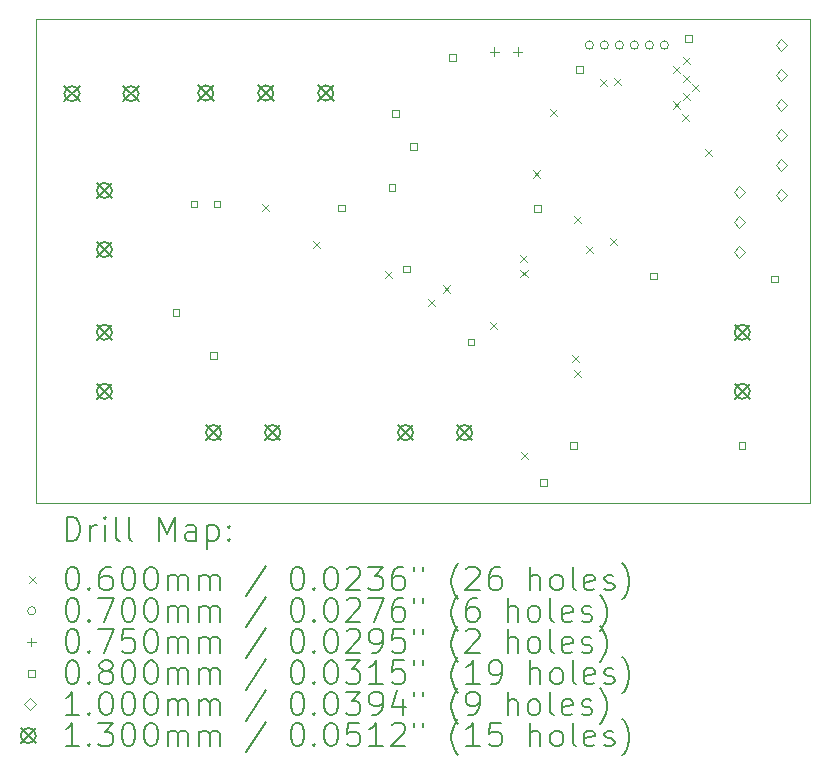
<source format=gbr>
%TF.GenerationSoftware,KiCad,Pcbnew,7.0.5*%
%TF.CreationDate,2023-08-16T19:13:48+03:00*%
%TF.ProjectId,lamps,6c616d70-732e-46b6-9963-61645f706362,rev?*%
%TF.SameCoordinates,Original*%
%TF.FileFunction,Drillmap*%
%TF.FilePolarity,Positive*%
%FSLAX45Y45*%
G04 Gerber Fmt 4.5, Leading zero omitted, Abs format (unit mm)*
G04 Created by KiCad (PCBNEW 7.0.5) date 2023-08-16 19:13:48*
%MOMM*%
%LPD*%
G01*
G04 APERTURE LIST*
%ADD10C,0.100000*%
%ADD11C,0.200000*%
%ADD12C,0.060000*%
%ADD13C,0.070000*%
%ADD14C,0.075000*%
%ADD15C,0.080000*%
%ADD16C,0.130000*%
G04 APERTURE END LIST*
D10*
X6850000Y-5750000D02*
X13400000Y-5750000D01*
X13400000Y-9850000D01*
X6850000Y-9850000D01*
X6850000Y-5750000D01*
D11*
D12*
X8755100Y-7310600D02*
X8815100Y-7370600D01*
X8815100Y-7310600D02*
X8755100Y-7370600D01*
X9190200Y-7628100D02*
X9250200Y-7688100D01*
X9250200Y-7628100D02*
X9190200Y-7688100D01*
X9801070Y-7880830D02*
X9861070Y-7940830D01*
X9861070Y-7880830D02*
X9801070Y-7940830D01*
X10165560Y-8120860D02*
X10225560Y-8180860D01*
X10225560Y-8120860D02*
X10165560Y-8180860D01*
X10290020Y-8004020D02*
X10350020Y-8064020D01*
X10350020Y-8004020D02*
X10290020Y-8064020D01*
X10691340Y-8316440D02*
X10751340Y-8376440D01*
X10751340Y-8316440D02*
X10691340Y-8376440D01*
X10940260Y-7744940D02*
X11000260Y-7804940D01*
X11000260Y-7744940D02*
X10940260Y-7804940D01*
X10947880Y-7871940D02*
X11007880Y-7931940D01*
X11007880Y-7871940D02*
X10947880Y-7931940D01*
X10952960Y-9416260D02*
X11012960Y-9476260D01*
X11012960Y-9416260D02*
X10952960Y-9476260D01*
X11057100Y-7030350D02*
X11117100Y-7090350D01*
X11117100Y-7030350D02*
X11057100Y-7090350D01*
X11194260Y-6507960D02*
X11254260Y-6567960D01*
X11254260Y-6507960D02*
X11194260Y-6567960D01*
X11387300Y-8595840D02*
X11447300Y-8655840D01*
X11447300Y-8595840D02*
X11387300Y-8655840D01*
X11400000Y-8720300D02*
X11460000Y-8780300D01*
X11460000Y-8720300D02*
X11400000Y-8780300D01*
X11402540Y-7417280D02*
X11462540Y-7477280D01*
X11462540Y-7417280D02*
X11402540Y-7477280D01*
X11504140Y-7666200D02*
X11564140Y-7726200D01*
X11564140Y-7666200D02*
X11504140Y-7726200D01*
X11618440Y-6253960D02*
X11678440Y-6313960D01*
X11678440Y-6253960D02*
X11618440Y-6313960D01*
X11704800Y-7602700D02*
X11764800Y-7662700D01*
X11764800Y-7602700D02*
X11704800Y-7662700D01*
X11741082Y-6248918D02*
X11801082Y-6308918D01*
X11801082Y-6248918D02*
X11741082Y-6308918D01*
X12238200Y-6142200D02*
X12298200Y-6202200D01*
X12298200Y-6142200D02*
X12238200Y-6202200D01*
X12240101Y-6446017D02*
X12300101Y-6506017D01*
X12300101Y-6446017D02*
X12240101Y-6506017D01*
X12314400Y-6548600D02*
X12374400Y-6608600D01*
X12374400Y-6548600D02*
X12314400Y-6608600D01*
X12322020Y-6218400D02*
X12382020Y-6278400D01*
X12382020Y-6218400D02*
X12322020Y-6278400D01*
X12324560Y-6066000D02*
X12384560Y-6126000D01*
X12384560Y-6066000D02*
X12324560Y-6126000D01*
X12324560Y-6370800D02*
X12384560Y-6430800D01*
X12384560Y-6370800D02*
X12324560Y-6430800D01*
X12400760Y-6294600D02*
X12460760Y-6354600D01*
X12460760Y-6294600D02*
X12400760Y-6354600D01*
X12509980Y-6850860D02*
X12569980Y-6910860D01*
X12569980Y-6850860D02*
X12509980Y-6910860D01*
D13*
X11566600Y-5969000D02*
G75*
G03*
X11566600Y-5969000I-35000J0D01*
G01*
X11693600Y-5969000D02*
G75*
G03*
X11693600Y-5969000I-35000J0D01*
G01*
X11820600Y-5969000D02*
G75*
G03*
X11820600Y-5969000I-35000J0D01*
G01*
X11947600Y-5969000D02*
G75*
G03*
X11947600Y-5969000I-35000J0D01*
G01*
X12074600Y-5969000D02*
G75*
G03*
X12074600Y-5969000I-35000J0D01*
G01*
X12201600Y-5969000D02*
G75*
G03*
X12201600Y-5969000I-35000J0D01*
G01*
D14*
X10725000Y-5987500D02*
X10725000Y-6062500D01*
X10687500Y-6025000D02*
X10762500Y-6025000D01*
X10925000Y-5987500D02*
X10925000Y-6062500D01*
X10887500Y-6025000D02*
X10962500Y-6025000D01*
D15*
X8059764Y-8260424D02*
X8059764Y-8203855D01*
X8003195Y-8203855D01*
X8003195Y-8260424D01*
X8059764Y-8260424D01*
X8212624Y-7343944D02*
X8212624Y-7287375D01*
X8156055Y-7287375D01*
X8156055Y-7343944D01*
X8212624Y-7343944D01*
X8378284Y-8628285D02*
X8378284Y-8571716D01*
X8321715Y-8571716D01*
X8321715Y-8628285D01*
X8378284Y-8628285D01*
X8407745Y-7343484D02*
X8407745Y-7286915D01*
X8351175Y-7286915D01*
X8351175Y-7343484D01*
X8407745Y-7343484D01*
X9459305Y-7377284D02*
X9459305Y-7320715D01*
X9402736Y-7320715D01*
X9402736Y-7377284D01*
X9459305Y-7377284D01*
X9888565Y-7201244D02*
X9888565Y-7144675D01*
X9831996Y-7144675D01*
X9831996Y-7201244D01*
X9888565Y-7201244D01*
X9916505Y-6578944D02*
X9916505Y-6522375D01*
X9859936Y-6522375D01*
X9859936Y-6578944D01*
X9916505Y-6578944D01*
X10010485Y-7892124D02*
X10010485Y-7835555D01*
X9953916Y-7835555D01*
X9953916Y-7892124D01*
X10010485Y-7892124D01*
X10071445Y-6855804D02*
X10071445Y-6799235D01*
X10014876Y-6799235D01*
X10014876Y-6855804D01*
X10071445Y-6855804D01*
X10401645Y-6101424D02*
X10401645Y-6044855D01*
X10345076Y-6044855D01*
X10345076Y-6101424D01*
X10401645Y-6101424D01*
X10556585Y-8511885D02*
X10556585Y-8455316D01*
X10500016Y-8455316D01*
X10500016Y-8511885D01*
X10556585Y-8511885D01*
X11123005Y-7380614D02*
X11123005Y-7324045D01*
X11066436Y-7324045D01*
X11066436Y-7380614D01*
X11123005Y-7380614D01*
X11173805Y-9700605D02*
X11173805Y-9644036D01*
X11117236Y-9644036D01*
X11117236Y-9700605D01*
X11173805Y-9700605D01*
X11427804Y-9385645D02*
X11427804Y-9329076D01*
X11371235Y-9329076D01*
X11371235Y-9385645D01*
X11427804Y-9385645D01*
X11473524Y-6203024D02*
X11473524Y-6146455D01*
X11416955Y-6146455D01*
X11416955Y-6203024D01*
X11473524Y-6203024D01*
X12103284Y-7953284D02*
X12103284Y-7896715D01*
X12046715Y-7896715D01*
X12046715Y-7953284D01*
X12103284Y-7953284D01*
X12398084Y-5941404D02*
X12398084Y-5884835D01*
X12341515Y-5884835D01*
X12341515Y-5941404D01*
X12398084Y-5941404D01*
X12852744Y-9385645D02*
X12852744Y-9329076D01*
X12796175Y-9329076D01*
X12796175Y-9385645D01*
X12852744Y-9385645D01*
X13127064Y-7978484D02*
X13127064Y-7921915D01*
X13070495Y-7921915D01*
X13070495Y-7978484D01*
X13127064Y-7978484D01*
D10*
X12801600Y-7263600D02*
X12851600Y-7213600D01*
X12801600Y-7163600D01*
X12751600Y-7213600D01*
X12801600Y-7263600D01*
X12801600Y-7517600D02*
X12851600Y-7467600D01*
X12801600Y-7417600D01*
X12751600Y-7467600D01*
X12801600Y-7517600D01*
X12801600Y-7771600D02*
X12851600Y-7721600D01*
X12801600Y-7671600D01*
X12751600Y-7721600D01*
X12801600Y-7771600D01*
X13157200Y-6019000D02*
X13207200Y-5969000D01*
X13157200Y-5919000D01*
X13107200Y-5969000D01*
X13157200Y-6019000D01*
X13157200Y-6273000D02*
X13207200Y-6223000D01*
X13157200Y-6173000D01*
X13107200Y-6223000D01*
X13157200Y-6273000D01*
X13157200Y-6527000D02*
X13207200Y-6477000D01*
X13157200Y-6427000D01*
X13107200Y-6477000D01*
X13157200Y-6527000D01*
X13157200Y-6781000D02*
X13207200Y-6731000D01*
X13157200Y-6681000D01*
X13107200Y-6731000D01*
X13157200Y-6781000D01*
X13157200Y-7035000D02*
X13207200Y-6985000D01*
X13157200Y-6935000D01*
X13107200Y-6985000D01*
X13157200Y-7035000D01*
X13157200Y-7289000D02*
X13207200Y-7239000D01*
X13157200Y-7189000D01*
X13107200Y-7239000D01*
X13157200Y-7289000D01*
D16*
X7085000Y-6315500D02*
X7215000Y-6445500D01*
X7215000Y-6315500D02*
X7085000Y-6445500D01*
X7215000Y-6380500D02*
G75*
G03*
X7215000Y-6380500I-65000J0D01*
G01*
X7360000Y-7135000D02*
X7490000Y-7265000D01*
X7490000Y-7135000D02*
X7360000Y-7265000D01*
X7490000Y-7200000D02*
G75*
G03*
X7490000Y-7200000I-65000J0D01*
G01*
X7360000Y-7635000D02*
X7490000Y-7765000D01*
X7490000Y-7635000D02*
X7360000Y-7765000D01*
X7490000Y-7700000D02*
G75*
G03*
X7490000Y-7700000I-65000J0D01*
G01*
X7360000Y-8335000D02*
X7490000Y-8465000D01*
X7490000Y-8335000D02*
X7360000Y-8465000D01*
X7490000Y-8400000D02*
G75*
G03*
X7490000Y-8400000I-65000J0D01*
G01*
X7360000Y-8835000D02*
X7490000Y-8965000D01*
X7490000Y-8835000D02*
X7360000Y-8965000D01*
X7490000Y-8900000D02*
G75*
G03*
X7490000Y-8900000I-65000J0D01*
G01*
X7585000Y-6315500D02*
X7715000Y-6445500D01*
X7715000Y-6315500D02*
X7585000Y-6445500D01*
X7715000Y-6380500D02*
G75*
G03*
X7715000Y-6380500I-65000J0D01*
G01*
X8219000Y-6310000D02*
X8349000Y-6440000D01*
X8349000Y-6310000D02*
X8219000Y-6440000D01*
X8349000Y-6375000D02*
G75*
G03*
X8349000Y-6375000I-65000J0D01*
G01*
X8285000Y-9185000D02*
X8415000Y-9315000D01*
X8415000Y-9185000D02*
X8285000Y-9315000D01*
X8415000Y-9250000D02*
G75*
G03*
X8415000Y-9250000I-65000J0D01*
G01*
X8727000Y-6310000D02*
X8857000Y-6440000D01*
X8857000Y-6310000D02*
X8727000Y-6440000D01*
X8857000Y-6375000D02*
G75*
G03*
X8857000Y-6375000I-65000J0D01*
G01*
X8785000Y-9185000D02*
X8915000Y-9315000D01*
X8915000Y-9185000D02*
X8785000Y-9315000D01*
X8915000Y-9250000D02*
G75*
G03*
X8915000Y-9250000I-65000J0D01*
G01*
X9235000Y-6310000D02*
X9365000Y-6440000D01*
X9365000Y-6310000D02*
X9235000Y-6440000D01*
X9365000Y-6375000D02*
G75*
G03*
X9365000Y-6375000I-65000J0D01*
G01*
X9910000Y-9185000D02*
X10040000Y-9315000D01*
X10040000Y-9185000D02*
X9910000Y-9315000D01*
X10040000Y-9250000D02*
G75*
G03*
X10040000Y-9250000I-65000J0D01*
G01*
X10410000Y-9185000D02*
X10540000Y-9315000D01*
X10540000Y-9185000D02*
X10410000Y-9315000D01*
X10540000Y-9250000D02*
G75*
G03*
X10540000Y-9250000I-65000J0D01*
G01*
X12760000Y-8335000D02*
X12890000Y-8465000D01*
X12890000Y-8335000D02*
X12760000Y-8465000D01*
X12890000Y-8400000D02*
G75*
G03*
X12890000Y-8400000I-65000J0D01*
G01*
X12760000Y-8835000D02*
X12890000Y-8965000D01*
X12890000Y-8835000D02*
X12760000Y-8965000D01*
X12890000Y-8900000D02*
G75*
G03*
X12890000Y-8900000I-65000J0D01*
G01*
D11*
X7105777Y-10166484D02*
X7105777Y-9966484D01*
X7105777Y-9966484D02*
X7153396Y-9966484D01*
X7153396Y-9966484D02*
X7181967Y-9976008D01*
X7181967Y-9976008D02*
X7201015Y-9995055D01*
X7201015Y-9995055D02*
X7210539Y-10014103D01*
X7210539Y-10014103D02*
X7220062Y-10052198D01*
X7220062Y-10052198D02*
X7220062Y-10080770D01*
X7220062Y-10080770D02*
X7210539Y-10118865D01*
X7210539Y-10118865D02*
X7201015Y-10137912D01*
X7201015Y-10137912D02*
X7181967Y-10156960D01*
X7181967Y-10156960D02*
X7153396Y-10166484D01*
X7153396Y-10166484D02*
X7105777Y-10166484D01*
X7305777Y-10166484D02*
X7305777Y-10033150D01*
X7305777Y-10071246D02*
X7315301Y-10052198D01*
X7315301Y-10052198D02*
X7324824Y-10042674D01*
X7324824Y-10042674D02*
X7343872Y-10033150D01*
X7343872Y-10033150D02*
X7362920Y-10033150D01*
X7429586Y-10166484D02*
X7429586Y-10033150D01*
X7429586Y-9966484D02*
X7420062Y-9976008D01*
X7420062Y-9976008D02*
X7429586Y-9985531D01*
X7429586Y-9985531D02*
X7439110Y-9976008D01*
X7439110Y-9976008D02*
X7429586Y-9966484D01*
X7429586Y-9966484D02*
X7429586Y-9985531D01*
X7553396Y-10166484D02*
X7534348Y-10156960D01*
X7534348Y-10156960D02*
X7524824Y-10137912D01*
X7524824Y-10137912D02*
X7524824Y-9966484D01*
X7658158Y-10166484D02*
X7639110Y-10156960D01*
X7639110Y-10156960D02*
X7629586Y-10137912D01*
X7629586Y-10137912D02*
X7629586Y-9966484D01*
X7886729Y-10166484D02*
X7886729Y-9966484D01*
X7886729Y-9966484D02*
X7953396Y-10109341D01*
X7953396Y-10109341D02*
X8020062Y-9966484D01*
X8020062Y-9966484D02*
X8020062Y-10166484D01*
X8201015Y-10166484D02*
X8201015Y-10061722D01*
X8201015Y-10061722D02*
X8191491Y-10042674D01*
X8191491Y-10042674D02*
X8172443Y-10033150D01*
X8172443Y-10033150D02*
X8134348Y-10033150D01*
X8134348Y-10033150D02*
X8115301Y-10042674D01*
X8201015Y-10156960D02*
X8181967Y-10166484D01*
X8181967Y-10166484D02*
X8134348Y-10166484D01*
X8134348Y-10166484D02*
X8115301Y-10156960D01*
X8115301Y-10156960D02*
X8105777Y-10137912D01*
X8105777Y-10137912D02*
X8105777Y-10118865D01*
X8105777Y-10118865D02*
X8115301Y-10099817D01*
X8115301Y-10099817D02*
X8134348Y-10090293D01*
X8134348Y-10090293D02*
X8181967Y-10090293D01*
X8181967Y-10090293D02*
X8201015Y-10080770D01*
X8296253Y-10033150D02*
X8296253Y-10233150D01*
X8296253Y-10042674D02*
X8315301Y-10033150D01*
X8315301Y-10033150D02*
X8353396Y-10033150D01*
X8353396Y-10033150D02*
X8372443Y-10042674D01*
X8372443Y-10042674D02*
X8381967Y-10052198D01*
X8381967Y-10052198D02*
X8391491Y-10071246D01*
X8391491Y-10071246D02*
X8391491Y-10128389D01*
X8391491Y-10128389D02*
X8381967Y-10147436D01*
X8381967Y-10147436D02*
X8372443Y-10156960D01*
X8372443Y-10156960D02*
X8353396Y-10166484D01*
X8353396Y-10166484D02*
X8315301Y-10166484D01*
X8315301Y-10166484D02*
X8296253Y-10156960D01*
X8477205Y-10147436D02*
X8486729Y-10156960D01*
X8486729Y-10156960D02*
X8477205Y-10166484D01*
X8477205Y-10166484D02*
X8467682Y-10156960D01*
X8467682Y-10156960D02*
X8477205Y-10147436D01*
X8477205Y-10147436D02*
X8477205Y-10166484D01*
X8477205Y-10042674D02*
X8486729Y-10052198D01*
X8486729Y-10052198D02*
X8477205Y-10061722D01*
X8477205Y-10061722D02*
X8467682Y-10052198D01*
X8467682Y-10052198D02*
X8477205Y-10042674D01*
X8477205Y-10042674D02*
X8477205Y-10061722D01*
D12*
X6785000Y-10465000D02*
X6845000Y-10525000D01*
X6845000Y-10465000D02*
X6785000Y-10525000D01*
D11*
X7143872Y-10386484D02*
X7162920Y-10386484D01*
X7162920Y-10386484D02*
X7181967Y-10396008D01*
X7181967Y-10396008D02*
X7191491Y-10405531D01*
X7191491Y-10405531D02*
X7201015Y-10424579D01*
X7201015Y-10424579D02*
X7210539Y-10462674D01*
X7210539Y-10462674D02*
X7210539Y-10510293D01*
X7210539Y-10510293D02*
X7201015Y-10548389D01*
X7201015Y-10548389D02*
X7191491Y-10567436D01*
X7191491Y-10567436D02*
X7181967Y-10576960D01*
X7181967Y-10576960D02*
X7162920Y-10586484D01*
X7162920Y-10586484D02*
X7143872Y-10586484D01*
X7143872Y-10586484D02*
X7124824Y-10576960D01*
X7124824Y-10576960D02*
X7115301Y-10567436D01*
X7115301Y-10567436D02*
X7105777Y-10548389D01*
X7105777Y-10548389D02*
X7096253Y-10510293D01*
X7096253Y-10510293D02*
X7096253Y-10462674D01*
X7096253Y-10462674D02*
X7105777Y-10424579D01*
X7105777Y-10424579D02*
X7115301Y-10405531D01*
X7115301Y-10405531D02*
X7124824Y-10396008D01*
X7124824Y-10396008D02*
X7143872Y-10386484D01*
X7296253Y-10567436D02*
X7305777Y-10576960D01*
X7305777Y-10576960D02*
X7296253Y-10586484D01*
X7296253Y-10586484D02*
X7286729Y-10576960D01*
X7286729Y-10576960D02*
X7296253Y-10567436D01*
X7296253Y-10567436D02*
X7296253Y-10586484D01*
X7477205Y-10386484D02*
X7439110Y-10386484D01*
X7439110Y-10386484D02*
X7420062Y-10396008D01*
X7420062Y-10396008D02*
X7410539Y-10405531D01*
X7410539Y-10405531D02*
X7391491Y-10434103D01*
X7391491Y-10434103D02*
X7381967Y-10472198D01*
X7381967Y-10472198D02*
X7381967Y-10548389D01*
X7381967Y-10548389D02*
X7391491Y-10567436D01*
X7391491Y-10567436D02*
X7401015Y-10576960D01*
X7401015Y-10576960D02*
X7420062Y-10586484D01*
X7420062Y-10586484D02*
X7458158Y-10586484D01*
X7458158Y-10586484D02*
X7477205Y-10576960D01*
X7477205Y-10576960D02*
X7486729Y-10567436D01*
X7486729Y-10567436D02*
X7496253Y-10548389D01*
X7496253Y-10548389D02*
X7496253Y-10500770D01*
X7496253Y-10500770D02*
X7486729Y-10481722D01*
X7486729Y-10481722D02*
X7477205Y-10472198D01*
X7477205Y-10472198D02*
X7458158Y-10462674D01*
X7458158Y-10462674D02*
X7420062Y-10462674D01*
X7420062Y-10462674D02*
X7401015Y-10472198D01*
X7401015Y-10472198D02*
X7391491Y-10481722D01*
X7391491Y-10481722D02*
X7381967Y-10500770D01*
X7620062Y-10386484D02*
X7639110Y-10386484D01*
X7639110Y-10386484D02*
X7658158Y-10396008D01*
X7658158Y-10396008D02*
X7667682Y-10405531D01*
X7667682Y-10405531D02*
X7677205Y-10424579D01*
X7677205Y-10424579D02*
X7686729Y-10462674D01*
X7686729Y-10462674D02*
X7686729Y-10510293D01*
X7686729Y-10510293D02*
X7677205Y-10548389D01*
X7677205Y-10548389D02*
X7667682Y-10567436D01*
X7667682Y-10567436D02*
X7658158Y-10576960D01*
X7658158Y-10576960D02*
X7639110Y-10586484D01*
X7639110Y-10586484D02*
X7620062Y-10586484D01*
X7620062Y-10586484D02*
X7601015Y-10576960D01*
X7601015Y-10576960D02*
X7591491Y-10567436D01*
X7591491Y-10567436D02*
X7581967Y-10548389D01*
X7581967Y-10548389D02*
X7572443Y-10510293D01*
X7572443Y-10510293D02*
X7572443Y-10462674D01*
X7572443Y-10462674D02*
X7581967Y-10424579D01*
X7581967Y-10424579D02*
X7591491Y-10405531D01*
X7591491Y-10405531D02*
X7601015Y-10396008D01*
X7601015Y-10396008D02*
X7620062Y-10386484D01*
X7810539Y-10386484D02*
X7829586Y-10386484D01*
X7829586Y-10386484D02*
X7848634Y-10396008D01*
X7848634Y-10396008D02*
X7858158Y-10405531D01*
X7858158Y-10405531D02*
X7867682Y-10424579D01*
X7867682Y-10424579D02*
X7877205Y-10462674D01*
X7877205Y-10462674D02*
X7877205Y-10510293D01*
X7877205Y-10510293D02*
X7867682Y-10548389D01*
X7867682Y-10548389D02*
X7858158Y-10567436D01*
X7858158Y-10567436D02*
X7848634Y-10576960D01*
X7848634Y-10576960D02*
X7829586Y-10586484D01*
X7829586Y-10586484D02*
X7810539Y-10586484D01*
X7810539Y-10586484D02*
X7791491Y-10576960D01*
X7791491Y-10576960D02*
X7781967Y-10567436D01*
X7781967Y-10567436D02*
X7772443Y-10548389D01*
X7772443Y-10548389D02*
X7762920Y-10510293D01*
X7762920Y-10510293D02*
X7762920Y-10462674D01*
X7762920Y-10462674D02*
X7772443Y-10424579D01*
X7772443Y-10424579D02*
X7781967Y-10405531D01*
X7781967Y-10405531D02*
X7791491Y-10396008D01*
X7791491Y-10396008D02*
X7810539Y-10386484D01*
X7962920Y-10586484D02*
X7962920Y-10453150D01*
X7962920Y-10472198D02*
X7972443Y-10462674D01*
X7972443Y-10462674D02*
X7991491Y-10453150D01*
X7991491Y-10453150D02*
X8020063Y-10453150D01*
X8020063Y-10453150D02*
X8039110Y-10462674D01*
X8039110Y-10462674D02*
X8048634Y-10481722D01*
X8048634Y-10481722D02*
X8048634Y-10586484D01*
X8048634Y-10481722D02*
X8058158Y-10462674D01*
X8058158Y-10462674D02*
X8077205Y-10453150D01*
X8077205Y-10453150D02*
X8105777Y-10453150D01*
X8105777Y-10453150D02*
X8124824Y-10462674D01*
X8124824Y-10462674D02*
X8134348Y-10481722D01*
X8134348Y-10481722D02*
X8134348Y-10586484D01*
X8229586Y-10586484D02*
X8229586Y-10453150D01*
X8229586Y-10472198D02*
X8239110Y-10462674D01*
X8239110Y-10462674D02*
X8258158Y-10453150D01*
X8258158Y-10453150D02*
X8286729Y-10453150D01*
X8286729Y-10453150D02*
X8305777Y-10462674D01*
X8305777Y-10462674D02*
X8315301Y-10481722D01*
X8315301Y-10481722D02*
X8315301Y-10586484D01*
X8315301Y-10481722D02*
X8324824Y-10462674D01*
X8324824Y-10462674D02*
X8343872Y-10453150D01*
X8343872Y-10453150D02*
X8372443Y-10453150D01*
X8372443Y-10453150D02*
X8391491Y-10462674D01*
X8391491Y-10462674D02*
X8401015Y-10481722D01*
X8401015Y-10481722D02*
X8401015Y-10586484D01*
X8791491Y-10376960D02*
X8620063Y-10634103D01*
X9048634Y-10386484D02*
X9067682Y-10386484D01*
X9067682Y-10386484D02*
X9086729Y-10396008D01*
X9086729Y-10396008D02*
X9096253Y-10405531D01*
X9096253Y-10405531D02*
X9105777Y-10424579D01*
X9105777Y-10424579D02*
X9115301Y-10462674D01*
X9115301Y-10462674D02*
X9115301Y-10510293D01*
X9115301Y-10510293D02*
X9105777Y-10548389D01*
X9105777Y-10548389D02*
X9096253Y-10567436D01*
X9096253Y-10567436D02*
X9086729Y-10576960D01*
X9086729Y-10576960D02*
X9067682Y-10586484D01*
X9067682Y-10586484D02*
X9048634Y-10586484D01*
X9048634Y-10586484D02*
X9029587Y-10576960D01*
X9029587Y-10576960D02*
X9020063Y-10567436D01*
X9020063Y-10567436D02*
X9010539Y-10548389D01*
X9010539Y-10548389D02*
X9001015Y-10510293D01*
X9001015Y-10510293D02*
X9001015Y-10462674D01*
X9001015Y-10462674D02*
X9010539Y-10424579D01*
X9010539Y-10424579D02*
X9020063Y-10405531D01*
X9020063Y-10405531D02*
X9029587Y-10396008D01*
X9029587Y-10396008D02*
X9048634Y-10386484D01*
X9201015Y-10567436D02*
X9210539Y-10576960D01*
X9210539Y-10576960D02*
X9201015Y-10586484D01*
X9201015Y-10586484D02*
X9191491Y-10576960D01*
X9191491Y-10576960D02*
X9201015Y-10567436D01*
X9201015Y-10567436D02*
X9201015Y-10586484D01*
X9334348Y-10386484D02*
X9353396Y-10386484D01*
X9353396Y-10386484D02*
X9372444Y-10396008D01*
X9372444Y-10396008D02*
X9381968Y-10405531D01*
X9381968Y-10405531D02*
X9391491Y-10424579D01*
X9391491Y-10424579D02*
X9401015Y-10462674D01*
X9401015Y-10462674D02*
X9401015Y-10510293D01*
X9401015Y-10510293D02*
X9391491Y-10548389D01*
X9391491Y-10548389D02*
X9381968Y-10567436D01*
X9381968Y-10567436D02*
X9372444Y-10576960D01*
X9372444Y-10576960D02*
X9353396Y-10586484D01*
X9353396Y-10586484D02*
X9334348Y-10586484D01*
X9334348Y-10586484D02*
X9315301Y-10576960D01*
X9315301Y-10576960D02*
X9305777Y-10567436D01*
X9305777Y-10567436D02*
X9296253Y-10548389D01*
X9296253Y-10548389D02*
X9286729Y-10510293D01*
X9286729Y-10510293D02*
X9286729Y-10462674D01*
X9286729Y-10462674D02*
X9296253Y-10424579D01*
X9296253Y-10424579D02*
X9305777Y-10405531D01*
X9305777Y-10405531D02*
X9315301Y-10396008D01*
X9315301Y-10396008D02*
X9334348Y-10386484D01*
X9477206Y-10405531D02*
X9486729Y-10396008D01*
X9486729Y-10396008D02*
X9505777Y-10386484D01*
X9505777Y-10386484D02*
X9553396Y-10386484D01*
X9553396Y-10386484D02*
X9572444Y-10396008D01*
X9572444Y-10396008D02*
X9581968Y-10405531D01*
X9581968Y-10405531D02*
X9591491Y-10424579D01*
X9591491Y-10424579D02*
X9591491Y-10443627D01*
X9591491Y-10443627D02*
X9581968Y-10472198D01*
X9581968Y-10472198D02*
X9467682Y-10586484D01*
X9467682Y-10586484D02*
X9591491Y-10586484D01*
X9658158Y-10386484D02*
X9781968Y-10386484D01*
X9781968Y-10386484D02*
X9715301Y-10462674D01*
X9715301Y-10462674D02*
X9743872Y-10462674D01*
X9743872Y-10462674D02*
X9762920Y-10472198D01*
X9762920Y-10472198D02*
X9772444Y-10481722D01*
X9772444Y-10481722D02*
X9781968Y-10500770D01*
X9781968Y-10500770D02*
X9781968Y-10548389D01*
X9781968Y-10548389D02*
X9772444Y-10567436D01*
X9772444Y-10567436D02*
X9762920Y-10576960D01*
X9762920Y-10576960D02*
X9743872Y-10586484D01*
X9743872Y-10586484D02*
X9686729Y-10586484D01*
X9686729Y-10586484D02*
X9667682Y-10576960D01*
X9667682Y-10576960D02*
X9658158Y-10567436D01*
X9953396Y-10386484D02*
X9915301Y-10386484D01*
X9915301Y-10386484D02*
X9896253Y-10396008D01*
X9896253Y-10396008D02*
X9886729Y-10405531D01*
X9886729Y-10405531D02*
X9867682Y-10434103D01*
X9867682Y-10434103D02*
X9858158Y-10472198D01*
X9858158Y-10472198D02*
X9858158Y-10548389D01*
X9858158Y-10548389D02*
X9867682Y-10567436D01*
X9867682Y-10567436D02*
X9877206Y-10576960D01*
X9877206Y-10576960D02*
X9896253Y-10586484D01*
X9896253Y-10586484D02*
X9934349Y-10586484D01*
X9934349Y-10586484D02*
X9953396Y-10576960D01*
X9953396Y-10576960D02*
X9962920Y-10567436D01*
X9962920Y-10567436D02*
X9972444Y-10548389D01*
X9972444Y-10548389D02*
X9972444Y-10500770D01*
X9972444Y-10500770D02*
X9962920Y-10481722D01*
X9962920Y-10481722D02*
X9953396Y-10472198D01*
X9953396Y-10472198D02*
X9934349Y-10462674D01*
X9934349Y-10462674D02*
X9896253Y-10462674D01*
X9896253Y-10462674D02*
X9877206Y-10472198D01*
X9877206Y-10472198D02*
X9867682Y-10481722D01*
X9867682Y-10481722D02*
X9858158Y-10500770D01*
X10048634Y-10386484D02*
X10048634Y-10424579D01*
X10124825Y-10386484D02*
X10124825Y-10424579D01*
X10420063Y-10662674D02*
X10410539Y-10653150D01*
X10410539Y-10653150D02*
X10391491Y-10624579D01*
X10391491Y-10624579D02*
X10381968Y-10605531D01*
X10381968Y-10605531D02*
X10372444Y-10576960D01*
X10372444Y-10576960D02*
X10362920Y-10529341D01*
X10362920Y-10529341D02*
X10362920Y-10491246D01*
X10362920Y-10491246D02*
X10372444Y-10443627D01*
X10372444Y-10443627D02*
X10381968Y-10415055D01*
X10381968Y-10415055D02*
X10391491Y-10396008D01*
X10391491Y-10396008D02*
X10410539Y-10367436D01*
X10410539Y-10367436D02*
X10420063Y-10357912D01*
X10486730Y-10405531D02*
X10496253Y-10396008D01*
X10496253Y-10396008D02*
X10515301Y-10386484D01*
X10515301Y-10386484D02*
X10562920Y-10386484D01*
X10562920Y-10386484D02*
X10581968Y-10396008D01*
X10581968Y-10396008D02*
X10591491Y-10405531D01*
X10591491Y-10405531D02*
X10601015Y-10424579D01*
X10601015Y-10424579D02*
X10601015Y-10443627D01*
X10601015Y-10443627D02*
X10591491Y-10472198D01*
X10591491Y-10472198D02*
X10477206Y-10586484D01*
X10477206Y-10586484D02*
X10601015Y-10586484D01*
X10772444Y-10386484D02*
X10734349Y-10386484D01*
X10734349Y-10386484D02*
X10715301Y-10396008D01*
X10715301Y-10396008D02*
X10705777Y-10405531D01*
X10705777Y-10405531D02*
X10686730Y-10434103D01*
X10686730Y-10434103D02*
X10677206Y-10472198D01*
X10677206Y-10472198D02*
X10677206Y-10548389D01*
X10677206Y-10548389D02*
X10686730Y-10567436D01*
X10686730Y-10567436D02*
X10696253Y-10576960D01*
X10696253Y-10576960D02*
X10715301Y-10586484D01*
X10715301Y-10586484D02*
X10753396Y-10586484D01*
X10753396Y-10586484D02*
X10772444Y-10576960D01*
X10772444Y-10576960D02*
X10781968Y-10567436D01*
X10781968Y-10567436D02*
X10791491Y-10548389D01*
X10791491Y-10548389D02*
X10791491Y-10500770D01*
X10791491Y-10500770D02*
X10781968Y-10481722D01*
X10781968Y-10481722D02*
X10772444Y-10472198D01*
X10772444Y-10472198D02*
X10753396Y-10462674D01*
X10753396Y-10462674D02*
X10715301Y-10462674D01*
X10715301Y-10462674D02*
X10696253Y-10472198D01*
X10696253Y-10472198D02*
X10686730Y-10481722D01*
X10686730Y-10481722D02*
X10677206Y-10500770D01*
X11029587Y-10586484D02*
X11029587Y-10386484D01*
X11115301Y-10586484D02*
X11115301Y-10481722D01*
X11115301Y-10481722D02*
X11105777Y-10462674D01*
X11105777Y-10462674D02*
X11086730Y-10453150D01*
X11086730Y-10453150D02*
X11058158Y-10453150D01*
X11058158Y-10453150D02*
X11039111Y-10462674D01*
X11039111Y-10462674D02*
X11029587Y-10472198D01*
X11239110Y-10586484D02*
X11220063Y-10576960D01*
X11220063Y-10576960D02*
X11210539Y-10567436D01*
X11210539Y-10567436D02*
X11201015Y-10548389D01*
X11201015Y-10548389D02*
X11201015Y-10491246D01*
X11201015Y-10491246D02*
X11210539Y-10472198D01*
X11210539Y-10472198D02*
X11220063Y-10462674D01*
X11220063Y-10462674D02*
X11239110Y-10453150D01*
X11239110Y-10453150D02*
X11267682Y-10453150D01*
X11267682Y-10453150D02*
X11286730Y-10462674D01*
X11286730Y-10462674D02*
X11296253Y-10472198D01*
X11296253Y-10472198D02*
X11305777Y-10491246D01*
X11305777Y-10491246D02*
X11305777Y-10548389D01*
X11305777Y-10548389D02*
X11296253Y-10567436D01*
X11296253Y-10567436D02*
X11286730Y-10576960D01*
X11286730Y-10576960D02*
X11267682Y-10586484D01*
X11267682Y-10586484D02*
X11239110Y-10586484D01*
X11420063Y-10586484D02*
X11401015Y-10576960D01*
X11401015Y-10576960D02*
X11391491Y-10557912D01*
X11391491Y-10557912D02*
X11391491Y-10386484D01*
X11572444Y-10576960D02*
X11553396Y-10586484D01*
X11553396Y-10586484D02*
X11515301Y-10586484D01*
X11515301Y-10586484D02*
X11496253Y-10576960D01*
X11496253Y-10576960D02*
X11486730Y-10557912D01*
X11486730Y-10557912D02*
X11486730Y-10481722D01*
X11486730Y-10481722D02*
X11496253Y-10462674D01*
X11496253Y-10462674D02*
X11515301Y-10453150D01*
X11515301Y-10453150D02*
X11553396Y-10453150D01*
X11553396Y-10453150D02*
X11572444Y-10462674D01*
X11572444Y-10462674D02*
X11581968Y-10481722D01*
X11581968Y-10481722D02*
X11581968Y-10500770D01*
X11581968Y-10500770D02*
X11486730Y-10519817D01*
X11658158Y-10576960D02*
X11677206Y-10586484D01*
X11677206Y-10586484D02*
X11715301Y-10586484D01*
X11715301Y-10586484D02*
X11734349Y-10576960D01*
X11734349Y-10576960D02*
X11743872Y-10557912D01*
X11743872Y-10557912D02*
X11743872Y-10548389D01*
X11743872Y-10548389D02*
X11734349Y-10529341D01*
X11734349Y-10529341D02*
X11715301Y-10519817D01*
X11715301Y-10519817D02*
X11686730Y-10519817D01*
X11686730Y-10519817D02*
X11667682Y-10510293D01*
X11667682Y-10510293D02*
X11658158Y-10491246D01*
X11658158Y-10491246D02*
X11658158Y-10481722D01*
X11658158Y-10481722D02*
X11667682Y-10462674D01*
X11667682Y-10462674D02*
X11686730Y-10453150D01*
X11686730Y-10453150D02*
X11715301Y-10453150D01*
X11715301Y-10453150D02*
X11734349Y-10462674D01*
X11810539Y-10662674D02*
X11820063Y-10653150D01*
X11820063Y-10653150D02*
X11839111Y-10624579D01*
X11839111Y-10624579D02*
X11848634Y-10605531D01*
X11848634Y-10605531D02*
X11858158Y-10576960D01*
X11858158Y-10576960D02*
X11867682Y-10529341D01*
X11867682Y-10529341D02*
X11867682Y-10491246D01*
X11867682Y-10491246D02*
X11858158Y-10443627D01*
X11858158Y-10443627D02*
X11848634Y-10415055D01*
X11848634Y-10415055D02*
X11839111Y-10396008D01*
X11839111Y-10396008D02*
X11820063Y-10367436D01*
X11820063Y-10367436D02*
X11810539Y-10357912D01*
D13*
X6845000Y-10759000D02*
G75*
G03*
X6845000Y-10759000I-35000J0D01*
G01*
D11*
X7143872Y-10650484D02*
X7162920Y-10650484D01*
X7162920Y-10650484D02*
X7181967Y-10660008D01*
X7181967Y-10660008D02*
X7191491Y-10669531D01*
X7191491Y-10669531D02*
X7201015Y-10688579D01*
X7201015Y-10688579D02*
X7210539Y-10726674D01*
X7210539Y-10726674D02*
X7210539Y-10774293D01*
X7210539Y-10774293D02*
X7201015Y-10812389D01*
X7201015Y-10812389D02*
X7191491Y-10831436D01*
X7191491Y-10831436D02*
X7181967Y-10840960D01*
X7181967Y-10840960D02*
X7162920Y-10850484D01*
X7162920Y-10850484D02*
X7143872Y-10850484D01*
X7143872Y-10850484D02*
X7124824Y-10840960D01*
X7124824Y-10840960D02*
X7115301Y-10831436D01*
X7115301Y-10831436D02*
X7105777Y-10812389D01*
X7105777Y-10812389D02*
X7096253Y-10774293D01*
X7096253Y-10774293D02*
X7096253Y-10726674D01*
X7096253Y-10726674D02*
X7105777Y-10688579D01*
X7105777Y-10688579D02*
X7115301Y-10669531D01*
X7115301Y-10669531D02*
X7124824Y-10660008D01*
X7124824Y-10660008D02*
X7143872Y-10650484D01*
X7296253Y-10831436D02*
X7305777Y-10840960D01*
X7305777Y-10840960D02*
X7296253Y-10850484D01*
X7296253Y-10850484D02*
X7286729Y-10840960D01*
X7286729Y-10840960D02*
X7296253Y-10831436D01*
X7296253Y-10831436D02*
X7296253Y-10850484D01*
X7372443Y-10650484D02*
X7505777Y-10650484D01*
X7505777Y-10650484D02*
X7420062Y-10850484D01*
X7620062Y-10650484D02*
X7639110Y-10650484D01*
X7639110Y-10650484D02*
X7658158Y-10660008D01*
X7658158Y-10660008D02*
X7667682Y-10669531D01*
X7667682Y-10669531D02*
X7677205Y-10688579D01*
X7677205Y-10688579D02*
X7686729Y-10726674D01*
X7686729Y-10726674D02*
X7686729Y-10774293D01*
X7686729Y-10774293D02*
X7677205Y-10812389D01*
X7677205Y-10812389D02*
X7667682Y-10831436D01*
X7667682Y-10831436D02*
X7658158Y-10840960D01*
X7658158Y-10840960D02*
X7639110Y-10850484D01*
X7639110Y-10850484D02*
X7620062Y-10850484D01*
X7620062Y-10850484D02*
X7601015Y-10840960D01*
X7601015Y-10840960D02*
X7591491Y-10831436D01*
X7591491Y-10831436D02*
X7581967Y-10812389D01*
X7581967Y-10812389D02*
X7572443Y-10774293D01*
X7572443Y-10774293D02*
X7572443Y-10726674D01*
X7572443Y-10726674D02*
X7581967Y-10688579D01*
X7581967Y-10688579D02*
X7591491Y-10669531D01*
X7591491Y-10669531D02*
X7601015Y-10660008D01*
X7601015Y-10660008D02*
X7620062Y-10650484D01*
X7810539Y-10650484D02*
X7829586Y-10650484D01*
X7829586Y-10650484D02*
X7848634Y-10660008D01*
X7848634Y-10660008D02*
X7858158Y-10669531D01*
X7858158Y-10669531D02*
X7867682Y-10688579D01*
X7867682Y-10688579D02*
X7877205Y-10726674D01*
X7877205Y-10726674D02*
X7877205Y-10774293D01*
X7877205Y-10774293D02*
X7867682Y-10812389D01*
X7867682Y-10812389D02*
X7858158Y-10831436D01*
X7858158Y-10831436D02*
X7848634Y-10840960D01*
X7848634Y-10840960D02*
X7829586Y-10850484D01*
X7829586Y-10850484D02*
X7810539Y-10850484D01*
X7810539Y-10850484D02*
X7791491Y-10840960D01*
X7791491Y-10840960D02*
X7781967Y-10831436D01*
X7781967Y-10831436D02*
X7772443Y-10812389D01*
X7772443Y-10812389D02*
X7762920Y-10774293D01*
X7762920Y-10774293D02*
X7762920Y-10726674D01*
X7762920Y-10726674D02*
X7772443Y-10688579D01*
X7772443Y-10688579D02*
X7781967Y-10669531D01*
X7781967Y-10669531D02*
X7791491Y-10660008D01*
X7791491Y-10660008D02*
X7810539Y-10650484D01*
X7962920Y-10850484D02*
X7962920Y-10717150D01*
X7962920Y-10736198D02*
X7972443Y-10726674D01*
X7972443Y-10726674D02*
X7991491Y-10717150D01*
X7991491Y-10717150D02*
X8020063Y-10717150D01*
X8020063Y-10717150D02*
X8039110Y-10726674D01*
X8039110Y-10726674D02*
X8048634Y-10745722D01*
X8048634Y-10745722D02*
X8048634Y-10850484D01*
X8048634Y-10745722D02*
X8058158Y-10726674D01*
X8058158Y-10726674D02*
X8077205Y-10717150D01*
X8077205Y-10717150D02*
X8105777Y-10717150D01*
X8105777Y-10717150D02*
X8124824Y-10726674D01*
X8124824Y-10726674D02*
X8134348Y-10745722D01*
X8134348Y-10745722D02*
X8134348Y-10850484D01*
X8229586Y-10850484D02*
X8229586Y-10717150D01*
X8229586Y-10736198D02*
X8239110Y-10726674D01*
X8239110Y-10726674D02*
X8258158Y-10717150D01*
X8258158Y-10717150D02*
X8286729Y-10717150D01*
X8286729Y-10717150D02*
X8305777Y-10726674D01*
X8305777Y-10726674D02*
X8315301Y-10745722D01*
X8315301Y-10745722D02*
X8315301Y-10850484D01*
X8315301Y-10745722D02*
X8324824Y-10726674D01*
X8324824Y-10726674D02*
X8343872Y-10717150D01*
X8343872Y-10717150D02*
X8372443Y-10717150D01*
X8372443Y-10717150D02*
X8391491Y-10726674D01*
X8391491Y-10726674D02*
X8401015Y-10745722D01*
X8401015Y-10745722D02*
X8401015Y-10850484D01*
X8791491Y-10640960D02*
X8620063Y-10898103D01*
X9048634Y-10650484D02*
X9067682Y-10650484D01*
X9067682Y-10650484D02*
X9086729Y-10660008D01*
X9086729Y-10660008D02*
X9096253Y-10669531D01*
X9096253Y-10669531D02*
X9105777Y-10688579D01*
X9105777Y-10688579D02*
X9115301Y-10726674D01*
X9115301Y-10726674D02*
X9115301Y-10774293D01*
X9115301Y-10774293D02*
X9105777Y-10812389D01*
X9105777Y-10812389D02*
X9096253Y-10831436D01*
X9096253Y-10831436D02*
X9086729Y-10840960D01*
X9086729Y-10840960D02*
X9067682Y-10850484D01*
X9067682Y-10850484D02*
X9048634Y-10850484D01*
X9048634Y-10850484D02*
X9029587Y-10840960D01*
X9029587Y-10840960D02*
X9020063Y-10831436D01*
X9020063Y-10831436D02*
X9010539Y-10812389D01*
X9010539Y-10812389D02*
X9001015Y-10774293D01*
X9001015Y-10774293D02*
X9001015Y-10726674D01*
X9001015Y-10726674D02*
X9010539Y-10688579D01*
X9010539Y-10688579D02*
X9020063Y-10669531D01*
X9020063Y-10669531D02*
X9029587Y-10660008D01*
X9029587Y-10660008D02*
X9048634Y-10650484D01*
X9201015Y-10831436D02*
X9210539Y-10840960D01*
X9210539Y-10840960D02*
X9201015Y-10850484D01*
X9201015Y-10850484D02*
X9191491Y-10840960D01*
X9191491Y-10840960D02*
X9201015Y-10831436D01*
X9201015Y-10831436D02*
X9201015Y-10850484D01*
X9334348Y-10650484D02*
X9353396Y-10650484D01*
X9353396Y-10650484D02*
X9372444Y-10660008D01*
X9372444Y-10660008D02*
X9381968Y-10669531D01*
X9381968Y-10669531D02*
X9391491Y-10688579D01*
X9391491Y-10688579D02*
X9401015Y-10726674D01*
X9401015Y-10726674D02*
X9401015Y-10774293D01*
X9401015Y-10774293D02*
X9391491Y-10812389D01*
X9391491Y-10812389D02*
X9381968Y-10831436D01*
X9381968Y-10831436D02*
X9372444Y-10840960D01*
X9372444Y-10840960D02*
X9353396Y-10850484D01*
X9353396Y-10850484D02*
X9334348Y-10850484D01*
X9334348Y-10850484D02*
X9315301Y-10840960D01*
X9315301Y-10840960D02*
X9305777Y-10831436D01*
X9305777Y-10831436D02*
X9296253Y-10812389D01*
X9296253Y-10812389D02*
X9286729Y-10774293D01*
X9286729Y-10774293D02*
X9286729Y-10726674D01*
X9286729Y-10726674D02*
X9296253Y-10688579D01*
X9296253Y-10688579D02*
X9305777Y-10669531D01*
X9305777Y-10669531D02*
X9315301Y-10660008D01*
X9315301Y-10660008D02*
X9334348Y-10650484D01*
X9477206Y-10669531D02*
X9486729Y-10660008D01*
X9486729Y-10660008D02*
X9505777Y-10650484D01*
X9505777Y-10650484D02*
X9553396Y-10650484D01*
X9553396Y-10650484D02*
X9572444Y-10660008D01*
X9572444Y-10660008D02*
X9581968Y-10669531D01*
X9581968Y-10669531D02*
X9591491Y-10688579D01*
X9591491Y-10688579D02*
X9591491Y-10707627D01*
X9591491Y-10707627D02*
X9581968Y-10736198D01*
X9581968Y-10736198D02*
X9467682Y-10850484D01*
X9467682Y-10850484D02*
X9591491Y-10850484D01*
X9658158Y-10650484D02*
X9791491Y-10650484D01*
X9791491Y-10650484D02*
X9705777Y-10850484D01*
X9953396Y-10650484D02*
X9915301Y-10650484D01*
X9915301Y-10650484D02*
X9896253Y-10660008D01*
X9896253Y-10660008D02*
X9886729Y-10669531D01*
X9886729Y-10669531D02*
X9867682Y-10698103D01*
X9867682Y-10698103D02*
X9858158Y-10736198D01*
X9858158Y-10736198D02*
X9858158Y-10812389D01*
X9858158Y-10812389D02*
X9867682Y-10831436D01*
X9867682Y-10831436D02*
X9877206Y-10840960D01*
X9877206Y-10840960D02*
X9896253Y-10850484D01*
X9896253Y-10850484D02*
X9934349Y-10850484D01*
X9934349Y-10850484D02*
X9953396Y-10840960D01*
X9953396Y-10840960D02*
X9962920Y-10831436D01*
X9962920Y-10831436D02*
X9972444Y-10812389D01*
X9972444Y-10812389D02*
X9972444Y-10764770D01*
X9972444Y-10764770D02*
X9962920Y-10745722D01*
X9962920Y-10745722D02*
X9953396Y-10736198D01*
X9953396Y-10736198D02*
X9934349Y-10726674D01*
X9934349Y-10726674D02*
X9896253Y-10726674D01*
X9896253Y-10726674D02*
X9877206Y-10736198D01*
X9877206Y-10736198D02*
X9867682Y-10745722D01*
X9867682Y-10745722D02*
X9858158Y-10764770D01*
X10048634Y-10650484D02*
X10048634Y-10688579D01*
X10124825Y-10650484D02*
X10124825Y-10688579D01*
X10420063Y-10926674D02*
X10410539Y-10917150D01*
X10410539Y-10917150D02*
X10391491Y-10888579D01*
X10391491Y-10888579D02*
X10381968Y-10869531D01*
X10381968Y-10869531D02*
X10372444Y-10840960D01*
X10372444Y-10840960D02*
X10362920Y-10793341D01*
X10362920Y-10793341D02*
X10362920Y-10755246D01*
X10362920Y-10755246D02*
X10372444Y-10707627D01*
X10372444Y-10707627D02*
X10381968Y-10679055D01*
X10381968Y-10679055D02*
X10391491Y-10660008D01*
X10391491Y-10660008D02*
X10410539Y-10631436D01*
X10410539Y-10631436D02*
X10420063Y-10621912D01*
X10581968Y-10650484D02*
X10543872Y-10650484D01*
X10543872Y-10650484D02*
X10524825Y-10660008D01*
X10524825Y-10660008D02*
X10515301Y-10669531D01*
X10515301Y-10669531D02*
X10496253Y-10698103D01*
X10496253Y-10698103D02*
X10486730Y-10736198D01*
X10486730Y-10736198D02*
X10486730Y-10812389D01*
X10486730Y-10812389D02*
X10496253Y-10831436D01*
X10496253Y-10831436D02*
X10505777Y-10840960D01*
X10505777Y-10840960D02*
X10524825Y-10850484D01*
X10524825Y-10850484D02*
X10562920Y-10850484D01*
X10562920Y-10850484D02*
X10581968Y-10840960D01*
X10581968Y-10840960D02*
X10591491Y-10831436D01*
X10591491Y-10831436D02*
X10601015Y-10812389D01*
X10601015Y-10812389D02*
X10601015Y-10764770D01*
X10601015Y-10764770D02*
X10591491Y-10745722D01*
X10591491Y-10745722D02*
X10581968Y-10736198D01*
X10581968Y-10736198D02*
X10562920Y-10726674D01*
X10562920Y-10726674D02*
X10524825Y-10726674D01*
X10524825Y-10726674D02*
X10505777Y-10736198D01*
X10505777Y-10736198D02*
X10496253Y-10745722D01*
X10496253Y-10745722D02*
X10486730Y-10764770D01*
X10839111Y-10850484D02*
X10839111Y-10650484D01*
X10924825Y-10850484D02*
X10924825Y-10745722D01*
X10924825Y-10745722D02*
X10915301Y-10726674D01*
X10915301Y-10726674D02*
X10896253Y-10717150D01*
X10896253Y-10717150D02*
X10867682Y-10717150D01*
X10867682Y-10717150D02*
X10848634Y-10726674D01*
X10848634Y-10726674D02*
X10839111Y-10736198D01*
X11048634Y-10850484D02*
X11029587Y-10840960D01*
X11029587Y-10840960D02*
X11020063Y-10831436D01*
X11020063Y-10831436D02*
X11010539Y-10812389D01*
X11010539Y-10812389D02*
X11010539Y-10755246D01*
X11010539Y-10755246D02*
X11020063Y-10736198D01*
X11020063Y-10736198D02*
X11029587Y-10726674D01*
X11029587Y-10726674D02*
X11048634Y-10717150D01*
X11048634Y-10717150D02*
X11077206Y-10717150D01*
X11077206Y-10717150D02*
X11096253Y-10726674D01*
X11096253Y-10726674D02*
X11105777Y-10736198D01*
X11105777Y-10736198D02*
X11115301Y-10755246D01*
X11115301Y-10755246D02*
X11115301Y-10812389D01*
X11115301Y-10812389D02*
X11105777Y-10831436D01*
X11105777Y-10831436D02*
X11096253Y-10840960D01*
X11096253Y-10840960D02*
X11077206Y-10850484D01*
X11077206Y-10850484D02*
X11048634Y-10850484D01*
X11229587Y-10850484D02*
X11210539Y-10840960D01*
X11210539Y-10840960D02*
X11201015Y-10821912D01*
X11201015Y-10821912D02*
X11201015Y-10650484D01*
X11381968Y-10840960D02*
X11362920Y-10850484D01*
X11362920Y-10850484D02*
X11324825Y-10850484D01*
X11324825Y-10850484D02*
X11305777Y-10840960D01*
X11305777Y-10840960D02*
X11296253Y-10821912D01*
X11296253Y-10821912D02*
X11296253Y-10745722D01*
X11296253Y-10745722D02*
X11305777Y-10726674D01*
X11305777Y-10726674D02*
X11324825Y-10717150D01*
X11324825Y-10717150D02*
X11362920Y-10717150D01*
X11362920Y-10717150D02*
X11381968Y-10726674D01*
X11381968Y-10726674D02*
X11391491Y-10745722D01*
X11391491Y-10745722D02*
X11391491Y-10764770D01*
X11391491Y-10764770D02*
X11296253Y-10783817D01*
X11467682Y-10840960D02*
X11486730Y-10850484D01*
X11486730Y-10850484D02*
X11524825Y-10850484D01*
X11524825Y-10850484D02*
X11543872Y-10840960D01*
X11543872Y-10840960D02*
X11553396Y-10821912D01*
X11553396Y-10821912D02*
X11553396Y-10812389D01*
X11553396Y-10812389D02*
X11543872Y-10793341D01*
X11543872Y-10793341D02*
X11524825Y-10783817D01*
X11524825Y-10783817D02*
X11496253Y-10783817D01*
X11496253Y-10783817D02*
X11477206Y-10774293D01*
X11477206Y-10774293D02*
X11467682Y-10755246D01*
X11467682Y-10755246D02*
X11467682Y-10745722D01*
X11467682Y-10745722D02*
X11477206Y-10726674D01*
X11477206Y-10726674D02*
X11496253Y-10717150D01*
X11496253Y-10717150D02*
X11524825Y-10717150D01*
X11524825Y-10717150D02*
X11543872Y-10726674D01*
X11620063Y-10926674D02*
X11629587Y-10917150D01*
X11629587Y-10917150D02*
X11648634Y-10888579D01*
X11648634Y-10888579D02*
X11658158Y-10869531D01*
X11658158Y-10869531D02*
X11667682Y-10840960D01*
X11667682Y-10840960D02*
X11677206Y-10793341D01*
X11677206Y-10793341D02*
X11677206Y-10755246D01*
X11677206Y-10755246D02*
X11667682Y-10707627D01*
X11667682Y-10707627D02*
X11658158Y-10679055D01*
X11658158Y-10679055D02*
X11648634Y-10660008D01*
X11648634Y-10660008D02*
X11629587Y-10631436D01*
X11629587Y-10631436D02*
X11620063Y-10621912D01*
D14*
X6807500Y-10985500D02*
X6807500Y-11060500D01*
X6770000Y-11023000D02*
X6845000Y-11023000D01*
D11*
X7143872Y-10914484D02*
X7162920Y-10914484D01*
X7162920Y-10914484D02*
X7181967Y-10924008D01*
X7181967Y-10924008D02*
X7191491Y-10933531D01*
X7191491Y-10933531D02*
X7201015Y-10952579D01*
X7201015Y-10952579D02*
X7210539Y-10990674D01*
X7210539Y-10990674D02*
X7210539Y-11038293D01*
X7210539Y-11038293D02*
X7201015Y-11076389D01*
X7201015Y-11076389D02*
X7191491Y-11095436D01*
X7191491Y-11095436D02*
X7181967Y-11104960D01*
X7181967Y-11104960D02*
X7162920Y-11114484D01*
X7162920Y-11114484D02*
X7143872Y-11114484D01*
X7143872Y-11114484D02*
X7124824Y-11104960D01*
X7124824Y-11104960D02*
X7115301Y-11095436D01*
X7115301Y-11095436D02*
X7105777Y-11076389D01*
X7105777Y-11076389D02*
X7096253Y-11038293D01*
X7096253Y-11038293D02*
X7096253Y-10990674D01*
X7096253Y-10990674D02*
X7105777Y-10952579D01*
X7105777Y-10952579D02*
X7115301Y-10933531D01*
X7115301Y-10933531D02*
X7124824Y-10924008D01*
X7124824Y-10924008D02*
X7143872Y-10914484D01*
X7296253Y-11095436D02*
X7305777Y-11104960D01*
X7305777Y-11104960D02*
X7296253Y-11114484D01*
X7296253Y-11114484D02*
X7286729Y-11104960D01*
X7286729Y-11104960D02*
X7296253Y-11095436D01*
X7296253Y-11095436D02*
X7296253Y-11114484D01*
X7372443Y-10914484D02*
X7505777Y-10914484D01*
X7505777Y-10914484D02*
X7420062Y-11114484D01*
X7677205Y-10914484D02*
X7581967Y-10914484D01*
X7581967Y-10914484D02*
X7572443Y-11009722D01*
X7572443Y-11009722D02*
X7581967Y-11000198D01*
X7581967Y-11000198D02*
X7601015Y-10990674D01*
X7601015Y-10990674D02*
X7648634Y-10990674D01*
X7648634Y-10990674D02*
X7667682Y-11000198D01*
X7667682Y-11000198D02*
X7677205Y-11009722D01*
X7677205Y-11009722D02*
X7686729Y-11028770D01*
X7686729Y-11028770D02*
X7686729Y-11076389D01*
X7686729Y-11076389D02*
X7677205Y-11095436D01*
X7677205Y-11095436D02*
X7667682Y-11104960D01*
X7667682Y-11104960D02*
X7648634Y-11114484D01*
X7648634Y-11114484D02*
X7601015Y-11114484D01*
X7601015Y-11114484D02*
X7581967Y-11104960D01*
X7581967Y-11104960D02*
X7572443Y-11095436D01*
X7810539Y-10914484D02*
X7829586Y-10914484D01*
X7829586Y-10914484D02*
X7848634Y-10924008D01*
X7848634Y-10924008D02*
X7858158Y-10933531D01*
X7858158Y-10933531D02*
X7867682Y-10952579D01*
X7867682Y-10952579D02*
X7877205Y-10990674D01*
X7877205Y-10990674D02*
X7877205Y-11038293D01*
X7877205Y-11038293D02*
X7867682Y-11076389D01*
X7867682Y-11076389D02*
X7858158Y-11095436D01*
X7858158Y-11095436D02*
X7848634Y-11104960D01*
X7848634Y-11104960D02*
X7829586Y-11114484D01*
X7829586Y-11114484D02*
X7810539Y-11114484D01*
X7810539Y-11114484D02*
X7791491Y-11104960D01*
X7791491Y-11104960D02*
X7781967Y-11095436D01*
X7781967Y-11095436D02*
X7772443Y-11076389D01*
X7772443Y-11076389D02*
X7762920Y-11038293D01*
X7762920Y-11038293D02*
X7762920Y-10990674D01*
X7762920Y-10990674D02*
X7772443Y-10952579D01*
X7772443Y-10952579D02*
X7781967Y-10933531D01*
X7781967Y-10933531D02*
X7791491Y-10924008D01*
X7791491Y-10924008D02*
X7810539Y-10914484D01*
X7962920Y-11114484D02*
X7962920Y-10981150D01*
X7962920Y-11000198D02*
X7972443Y-10990674D01*
X7972443Y-10990674D02*
X7991491Y-10981150D01*
X7991491Y-10981150D02*
X8020063Y-10981150D01*
X8020063Y-10981150D02*
X8039110Y-10990674D01*
X8039110Y-10990674D02*
X8048634Y-11009722D01*
X8048634Y-11009722D02*
X8048634Y-11114484D01*
X8048634Y-11009722D02*
X8058158Y-10990674D01*
X8058158Y-10990674D02*
X8077205Y-10981150D01*
X8077205Y-10981150D02*
X8105777Y-10981150D01*
X8105777Y-10981150D02*
X8124824Y-10990674D01*
X8124824Y-10990674D02*
X8134348Y-11009722D01*
X8134348Y-11009722D02*
X8134348Y-11114484D01*
X8229586Y-11114484D02*
X8229586Y-10981150D01*
X8229586Y-11000198D02*
X8239110Y-10990674D01*
X8239110Y-10990674D02*
X8258158Y-10981150D01*
X8258158Y-10981150D02*
X8286729Y-10981150D01*
X8286729Y-10981150D02*
X8305777Y-10990674D01*
X8305777Y-10990674D02*
X8315301Y-11009722D01*
X8315301Y-11009722D02*
X8315301Y-11114484D01*
X8315301Y-11009722D02*
X8324824Y-10990674D01*
X8324824Y-10990674D02*
X8343872Y-10981150D01*
X8343872Y-10981150D02*
X8372443Y-10981150D01*
X8372443Y-10981150D02*
X8391491Y-10990674D01*
X8391491Y-10990674D02*
X8401015Y-11009722D01*
X8401015Y-11009722D02*
X8401015Y-11114484D01*
X8791491Y-10904960D02*
X8620063Y-11162103D01*
X9048634Y-10914484D02*
X9067682Y-10914484D01*
X9067682Y-10914484D02*
X9086729Y-10924008D01*
X9086729Y-10924008D02*
X9096253Y-10933531D01*
X9096253Y-10933531D02*
X9105777Y-10952579D01*
X9105777Y-10952579D02*
X9115301Y-10990674D01*
X9115301Y-10990674D02*
X9115301Y-11038293D01*
X9115301Y-11038293D02*
X9105777Y-11076389D01*
X9105777Y-11076389D02*
X9096253Y-11095436D01*
X9096253Y-11095436D02*
X9086729Y-11104960D01*
X9086729Y-11104960D02*
X9067682Y-11114484D01*
X9067682Y-11114484D02*
X9048634Y-11114484D01*
X9048634Y-11114484D02*
X9029587Y-11104960D01*
X9029587Y-11104960D02*
X9020063Y-11095436D01*
X9020063Y-11095436D02*
X9010539Y-11076389D01*
X9010539Y-11076389D02*
X9001015Y-11038293D01*
X9001015Y-11038293D02*
X9001015Y-10990674D01*
X9001015Y-10990674D02*
X9010539Y-10952579D01*
X9010539Y-10952579D02*
X9020063Y-10933531D01*
X9020063Y-10933531D02*
X9029587Y-10924008D01*
X9029587Y-10924008D02*
X9048634Y-10914484D01*
X9201015Y-11095436D02*
X9210539Y-11104960D01*
X9210539Y-11104960D02*
X9201015Y-11114484D01*
X9201015Y-11114484D02*
X9191491Y-11104960D01*
X9191491Y-11104960D02*
X9201015Y-11095436D01*
X9201015Y-11095436D02*
X9201015Y-11114484D01*
X9334348Y-10914484D02*
X9353396Y-10914484D01*
X9353396Y-10914484D02*
X9372444Y-10924008D01*
X9372444Y-10924008D02*
X9381968Y-10933531D01*
X9381968Y-10933531D02*
X9391491Y-10952579D01*
X9391491Y-10952579D02*
X9401015Y-10990674D01*
X9401015Y-10990674D02*
X9401015Y-11038293D01*
X9401015Y-11038293D02*
X9391491Y-11076389D01*
X9391491Y-11076389D02*
X9381968Y-11095436D01*
X9381968Y-11095436D02*
X9372444Y-11104960D01*
X9372444Y-11104960D02*
X9353396Y-11114484D01*
X9353396Y-11114484D02*
X9334348Y-11114484D01*
X9334348Y-11114484D02*
X9315301Y-11104960D01*
X9315301Y-11104960D02*
X9305777Y-11095436D01*
X9305777Y-11095436D02*
X9296253Y-11076389D01*
X9296253Y-11076389D02*
X9286729Y-11038293D01*
X9286729Y-11038293D02*
X9286729Y-10990674D01*
X9286729Y-10990674D02*
X9296253Y-10952579D01*
X9296253Y-10952579D02*
X9305777Y-10933531D01*
X9305777Y-10933531D02*
X9315301Y-10924008D01*
X9315301Y-10924008D02*
X9334348Y-10914484D01*
X9477206Y-10933531D02*
X9486729Y-10924008D01*
X9486729Y-10924008D02*
X9505777Y-10914484D01*
X9505777Y-10914484D02*
X9553396Y-10914484D01*
X9553396Y-10914484D02*
X9572444Y-10924008D01*
X9572444Y-10924008D02*
X9581968Y-10933531D01*
X9581968Y-10933531D02*
X9591491Y-10952579D01*
X9591491Y-10952579D02*
X9591491Y-10971627D01*
X9591491Y-10971627D02*
X9581968Y-11000198D01*
X9581968Y-11000198D02*
X9467682Y-11114484D01*
X9467682Y-11114484D02*
X9591491Y-11114484D01*
X9686729Y-11114484D02*
X9724825Y-11114484D01*
X9724825Y-11114484D02*
X9743872Y-11104960D01*
X9743872Y-11104960D02*
X9753396Y-11095436D01*
X9753396Y-11095436D02*
X9772444Y-11066865D01*
X9772444Y-11066865D02*
X9781968Y-11028770D01*
X9781968Y-11028770D02*
X9781968Y-10952579D01*
X9781968Y-10952579D02*
X9772444Y-10933531D01*
X9772444Y-10933531D02*
X9762920Y-10924008D01*
X9762920Y-10924008D02*
X9743872Y-10914484D01*
X9743872Y-10914484D02*
X9705777Y-10914484D01*
X9705777Y-10914484D02*
X9686729Y-10924008D01*
X9686729Y-10924008D02*
X9677206Y-10933531D01*
X9677206Y-10933531D02*
X9667682Y-10952579D01*
X9667682Y-10952579D02*
X9667682Y-11000198D01*
X9667682Y-11000198D02*
X9677206Y-11019246D01*
X9677206Y-11019246D02*
X9686729Y-11028770D01*
X9686729Y-11028770D02*
X9705777Y-11038293D01*
X9705777Y-11038293D02*
X9743872Y-11038293D01*
X9743872Y-11038293D02*
X9762920Y-11028770D01*
X9762920Y-11028770D02*
X9772444Y-11019246D01*
X9772444Y-11019246D02*
X9781968Y-11000198D01*
X9962920Y-10914484D02*
X9867682Y-10914484D01*
X9867682Y-10914484D02*
X9858158Y-11009722D01*
X9858158Y-11009722D02*
X9867682Y-11000198D01*
X9867682Y-11000198D02*
X9886729Y-10990674D01*
X9886729Y-10990674D02*
X9934349Y-10990674D01*
X9934349Y-10990674D02*
X9953396Y-11000198D01*
X9953396Y-11000198D02*
X9962920Y-11009722D01*
X9962920Y-11009722D02*
X9972444Y-11028770D01*
X9972444Y-11028770D02*
X9972444Y-11076389D01*
X9972444Y-11076389D02*
X9962920Y-11095436D01*
X9962920Y-11095436D02*
X9953396Y-11104960D01*
X9953396Y-11104960D02*
X9934349Y-11114484D01*
X9934349Y-11114484D02*
X9886729Y-11114484D01*
X9886729Y-11114484D02*
X9867682Y-11104960D01*
X9867682Y-11104960D02*
X9858158Y-11095436D01*
X10048634Y-10914484D02*
X10048634Y-10952579D01*
X10124825Y-10914484D02*
X10124825Y-10952579D01*
X10420063Y-11190674D02*
X10410539Y-11181150D01*
X10410539Y-11181150D02*
X10391491Y-11152579D01*
X10391491Y-11152579D02*
X10381968Y-11133531D01*
X10381968Y-11133531D02*
X10372444Y-11104960D01*
X10372444Y-11104960D02*
X10362920Y-11057341D01*
X10362920Y-11057341D02*
X10362920Y-11019246D01*
X10362920Y-11019246D02*
X10372444Y-10971627D01*
X10372444Y-10971627D02*
X10381968Y-10943055D01*
X10381968Y-10943055D02*
X10391491Y-10924008D01*
X10391491Y-10924008D02*
X10410539Y-10895436D01*
X10410539Y-10895436D02*
X10420063Y-10885912D01*
X10486730Y-10933531D02*
X10496253Y-10924008D01*
X10496253Y-10924008D02*
X10515301Y-10914484D01*
X10515301Y-10914484D02*
X10562920Y-10914484D01*
X10562920Y-10914484D02*
X10581968Y-10924008D01*
X10581968Y-10924008D02*
X10591491Y-10933531D01*
X10591491Y-10933531D02*
X10601015Y-10952579D01*
X10601015Y-10952579D02*
X10601015Y-10971627D01*
X10601015Y-10971627D02*
X10591491Y-11000198D01*
X10591491Y-11000198D02*
X10477206Y-11114484D01*
X10477206Y-11114484D02*
X10601015Y-11114484D01*
X10839111Y-11114484D02*
X10839111Y-10914484D01*
X10924825Y-11114484D02*
X10924825Y-11009722D01*
X10924825Y-11009722D02*
X10915301Y-10990674D01*
X10915301Y-10990674D02*
X10896253Y-10981150D01*
X10896253Y-10981150D02*
X10867682Y-10981150D01*
X10867682Y-10981150D02*
X10848634Y-10990674D01*
X10848634Y-10990674D02*
X10839111Y-11000198D01*
X11048634Y-11114484D02*
X11029587Y-11104960D01*
X11029587Y-11104960D02*
X11020063Y-11095436D01*
X11020063Y-11095436D02*
X11010539Y-11076389D01*
X11010539Y-11076389D02*
X11010539Y-11019246D01*
X11010539Y-11019246D02*
X11020063Y-11000198D01*
X11020063Y-11000198D02*
X11029587Y-10990674D01*
X11029587Y-10990674D02*
X11048634Y-10981150D01*
X11048634Y-10981150D02*
X11077206Y-10981150D01*
X11077206Y-10981150D02*
X11096253Y-10990674D01*
X11096253Y-10990674D02*
X11105777Y-11000198D01*
X11105777Y-11000198D02*
X11115301Y-11019246D01*
X11115301Y-11019246D02*
X11115301Y-11076389D01*
X11115301Y-11076389D02*
X11105777Y-11095436D01*
X11105777Y-11095436D02*
X11096253Y-11104960D01*
X11096253Y-11104960D02*
X11077206Y-11114484D01*
X11077206Y-11114484D02*
X11048634Y-11114484D01*
X11229587Y-11114484D02*
X11210539Y-11104960D01*
X11210539Y-11104960D02*
X11201015Y-11085912D01*
X11201015Y-11085912D02*
X11201015Y-10914484D01*
X11381968Y-11104960D02*
X11362920Y-11114484D01*
X11362920Y-11114484D02*
X11324825Y-11114484D01*
X11324825Y-11114484D02*
X11305777Y-11104960D01*
X11305777Y-11104960D02*
X11296253Y-11085912D01*
X11296253Y-11085912D02*
X11296253Y-11009722D01*
X11296253Y-11009722D02*
X11305777Y-10990674D01*
X11305777Y-10990674D02*
X11324825Y-10981150D01*
X11324825Y-10981150D02*
X11362920Y-10981150D01*
X11362920Y-10981150D02*
X11381968Y-10990674D01*
X11381968Y-10990674D02*
X11391491Y-11009722D01*
X11391491Y-11009722D02*
X11391491Y-11028770D01*
X11391491Y-11028770D02*
X11296253Y-11047817D01*
X11467682Y-11104960D02*
X11486730Y-11114484D01*
X11486730Y-11114484D02*
X11524825Y-11114484D01*
X11524825Y-11114484D02*
X11543872Y-11104960D01*
X11543872Y-11104960D02*
X11553396Y-11085912D01*
X11553396Y-11085912D02*
X11553396Y-11076389D01*
X11553396Y-11076389D02*
X11543872Y-11057341D01*
X11543872Y-11057341D02*
X11524825Y-11047817D01*
X11524825Y-11047817D02*
X11496253Y-11047817D01*
X11496253Y-11047817D02*
X11477206Y-11038293D01*
X11477206Y-11038293D02*
X11467682Y-11019246D01*
X11467682Y-11019246D02*
X11467682Y-11009722D01*
X11467682Y-11009722D02*
X11477206Y-10990674D01*
X11477206Y-10990674D02*
X11496253Y-10981150D01*
X11496253Y-10981150D02*
X11524825Y-10981150D01*
X11524825Y-10981150D02*
X11543872Y-10990674D01*
X11620063Y-11190674D02*
X11629587Y-11181150D01*
X11629587Y-11181150D02*
X11648634Y-11152579D01*
X11648634Y-11152579D02*
X11658158Y-11133531D01*
X11658158Y-11133531D02*
X11667682Y-11104960D01*
X11667682Y-11104960D02*
X11677206Y-11057341D01*
X11677206Y-11057341D02*
X11677206Y-11019246D01*
X11677206Y-11019246D02*
X11667682Y-10971627D01*
X11667682Y-10971627D02*
X11658158Y-10943055D01*
X11658158Y-10943055D02*
X11648634Y-10924008D01*
X11648634Y-10924008D02*
X11629587Y-10895436D01*
X11629587Y-10895436D02*
X11620063Y-10885912D01*
D15*
X6833284Y-11315284D02*
X6833284Y-11258715D01*
X6776715Y-11258715D01*
X6776715Y-11315284D01*
X6833284Y-11315284D01*
D11*
X7143872Y-11178484D02*
X7162920Y-11178484D01*
X7162920Y-11178484D02*
X7181967Y-11188008D01*
X7181967Y-11188008D02*
X7191491Y-11197531D01*
X7191491Y-11197531D02*
X7201015Y-11216579D01*
X7201015Y-11216579D02*
X7210539Y-11254674D01*
X7210539Y-11254674D02*
X7210539Y-11302293D01*
X7210539Y-11302293D02*
X7201015Y-11340388D01*
X7201015Y-11340388D02*
X7191491Y-11359436D01*
X7191491Y-11359436D02*
X7181967Y-11368960D01*
X7181967Y-11368960D02*
X7162920Y-11378484D01*
X7162920Y-11378484D02*
X7143872Y-11378484D01*
X7143872Y-11378484D02*
X7124824Y-11368960D01*
X7124824Y-11368960D02*
X7115301Y-11359436D01*
X7115301Y-11359436D02*
X7105777Y-11340388D01*
X7105777Y-11340388D02*
X7096253Y-11302293D01*
X7096253Y-11302293D02*
X7096253Y-11254674D01*
X7096253Y-11254674D02*
X7105777Y-11216579D01*
X7105777Y-11216579D02*
X7115301Y-11197531D01*
X7115301Y-11197531D02*
X7124824Y-11188008D01*
X7124824Y-11188008D02*
X7143872Y-11178484D01*
X7296253Y-11359436D02*
X7305777Y-11368960D01*
X7305777Y-11368960D02*
X7296253Y-11378484D01*
X7296253Y-11378484D02*
X7286729Y-11368960D01*
X7286729Y-11368960D02*
X7296253Y-11359436D01*
X7296253Y-11359436D02*
X7296253Y-11378484D01*
X7420062Y-11264198D02*
X7401015Y-11254674D01*
X7401015Y-11254674D02*
X7391491Y-11245150D01*
X7391491Y-11245150D02*
X7381967Y-11226103D01*
X7381967Y-11226103D02*
X7381967Y-11216579D01*
X7381967Y-11216579D02*
X7391491Y-11197531D01*
X7391491Y-11197531D02*
X7401015Y-11188008D01*
X7401015Y-11188008D02*
X7420062Y-11178484D01*
X7420062Y-11178484D02*
X7458158Y-11178484D01*
X7458158Y-11178484D02*
X7477205Y-11188008D01*
X7477205Y-11188008D02*
X7486729Y-11197531D01*
X7486729Y-11197531D02*
X7496253Y-11216579D01*
X7496253Y-11216579D02*
X7496253Y-11226103D01*
X7496253Y-11226103D02*
X7486729Y-11245150D01*
X7486729Y-11245150D02*
X7477205Y-11254674D01*
X7477205Y-11254674D02*
X7458158Y-11264198D01*
X7458158Y-11264198D02*
X7420062Y-11264198D01*
X7420062Y-11264198D02*
X7401015Y-11273722D01*
X7401015Y-11273722D02*
X7391491Y-11283246D01*
X7391491Y-11283246D02*
X7381967Y-11302293D01*
X7381967Y-11302293D02*
X7381967Y-11340388D01*
X7381967Y-11340388D02*
X7391491Y-11359436D01*
X7391491Y-11359436D02*
X7401015Y-11368960D01*
X7401015Y-11368960D02*
X7420062Y-11378484D01*
X7420062Y-11378484D02*
X7458158Y-11378484D01*
X7458158Y-11378484D02*
X7477205Y-11368960D01*
X7477205Y-11368960D02*
X7486729Y-11359436D01*
X7486729Y-11359436D02*
X7496253Y-11340388D01*
X7496253Y-11340388D02*
X7496253Y-11302293D01*
X7496253Y-11302293D02*
X7486729Y-11283246D01*
X7486729Y-11283246D02*
X7477205Y-11273722D01*
X7477205Y-11273722D02*
X7458158Y-11264198D01*
X7620062Y-11178484D02*
X7639110Y-11178484D01*
X7639110Y-11178484D02*
X7658158Y-11188008D01*
X7658158Y-11188008D02*
X7667682Y-11197531D01*
X7667682Y-11197531D02*
X7677205Y-11216579D01*
X7677205Y-11216579D02*
X7686729Y-11254674D01*
X7686729Y-11254674D02*
X7686729Y-11302293D01*
X7686729Y-11302293D02*
X7677205Y-11340388D01*
X7677205Y-11340388D02*
X7667682Y-11359436D01*
X7667682Y-11359436D02*
X7658158Y-11368960D01*
X7658158Y-11368960D02*
X7639110Y-11378484D01*
X7639110Y-11378484D02*
X7620062Y-11378484D01*
X7620062Y-11378484D02*
X7601015Y-11368960D01*
X7601015Y-11368960D02*
X7591491Y-11359436D01*
X7591491Y-11359436D02*
X7581967Y-11340388D01*
X7581967Y-11340388D02*
X7572443Y-11302293D01*
X7572443Y-11302293D02*
X7572443Y-11254674D01*
X7572443Y-11254674D02*
X7581967Y-11216579D01*
X7581967Y-11216579D02*
X7591491Y-11197531D01*
X7591491Y-11197531D02*
X7601015Y-11188008D01*
X7601015Y-11188008D02*
X7620062Y-11178484D01*
X7810539Y-11178484D02*
X7829586Y-11178484D01*
X7829586Y-11178484D02*
X7848634Y-11188008D01*
X7848634Y-11188008D02*
X7858158Y-11197531D01*
X7858158Y-11197531D02*
X7867682Y-11216579D01*
X7867682Y-11216579D02*
X7877205Y-11254674D01*
X7877205Y-11254674D02*
X7877205Y-11302293D01*
X7877205Y-11302293D02*
X7867682Y-11340388D01*
X7867682Y-11340388D02*
X7858158Y-11359436D01*
X7858158Y-11359436D02*
X7848634Y-11368960D01*
X7848634Y-11368960D02*
X7829586Y-11378484D01*
X7829586Y-11378484D02*
X7810539Y-11378484D01*
X7810539Y-11378484D02*
X7791491Y-11368960D01*
X7791491Y-11368960D02*
X7781967Y-11359436D01*
X7781967Y-11359436D02*
X7772443Y-11340388D01*
X7772443Y-11340388D02*
X7762920Y-11302293D01*
X7762920Y-11302293D02*
X7762920Y-11254674D01*
X7762920Y-11254674D02*
X7772443Y-11216579D01*
X7772443Y-11216579D02*
X7781967Y-11197531D01*
X7781967Y-11197531D02*
X7791491Y-11188008D01*
X7791491Y-11188008D02*
X7810539Y-11178484D01*
X7962920Y-11378484D02*
X7962920Y-11245150D01*
X7962920Y-11264198D02*
X7972443Y-11254674D01*
X7972443Y-11254674D02*
X7991491Y-11245150D01*
X7991491Y-11245150D02*
X8020063Y-11245150D01*
X8020063Y-11245150D02*
X8039110Y-11254674D01*
X8039110Y-11254674D02*
X8048634Y-11273722D01*
X8048634Y-11273722D02*
X8048634Y-11378484D01*
X8048634Y-11273722D02*
X8058158Y-11254674D01*
X8058158Y-11254674D02*
X8077205Y-11245150D01*
X8077205Y-11245150D02*
X8105777Y-11245150D01*
X8105777Y-11245150D02*
X8124824Y-11254674D01*
X8124824Y-11254674D02*
X8134348Y-11273722D01*
X8134348Y-11273722D02*
X8134348Y-11378484D01*
X8229586Y-11378484D02*
X8229586Y-11245150D01*
X8229586Y-11264198D02*
X8239110Y-11254674D01*
X8239110Y-11254674D02*
X8258158Y-11245150D01*
X8258158Y-11245150D02*
X8286729Y-11245150D01*
X8286729Y-11245150D02*
X8305777Y-11254674D01*
X8305777Y-11254674D02*
X8315301Y-11273722D01*
X8315301Y-11273722D02*
X8315301Y-11378484D01*
X8315301Y-11273722D02*
X8324824Y-11254674D01*
X8324824Y-11254674D02*
X8343872Y-11245150D01*
X8343872Y-11245150D02*
X8372443Y-11245150D01*
X8372443Y-11245150D02*
X8391491Y-11254674D01*
X8391491Y-11254674D02*
X8401015Y-11273722D01*
X8401015Y-11273722D02*
X8401015Y-11378484D01*
X8791491Y-11168960D02*
X8620063Y-11426103D01*
X9048634Y-11178484D02*
X9067682Y-11178484D01*
X9067682Y-11178484D02*
X9086729Y-11188008D01*
X9086729Y-11188008D02*
X9096253Y-11197531D01*
X9096253Y-11197531D02*
X9105777Y-11216579D01*
X9105777Y-11216579D02*
X9115301Y-11254674D01*
X9115301Y-11254674D02*
X9115301Y-11302293D01*
X9115301Y-11302293D02*
X9105777Y-11340388D01*
X9105777Y-11340388D02*
X9096253Y-11359436D01*
X9096253Y-11359436D02*
X9086729Y-11368960D01*
X9086729Y-11368960D02*
X9067682Y-11378484D01*
X9067682Y-11378484D02*
X9048634Y-11378484D01*
X9048634Y-11378484D02*
X9029587Y-11368960D01*
X9029587Y-11368960D02*
X9020063Y-11359436D01*
X9020063Y-11359436D02*
X9010539Y-11340388D01*
X9010539Y-11340388D02*
X9001015Y-11302293D01*
X9001015Y-11302293D02*
X9001015Y-11254674D01*
X9001015Y-11254674D02*
X9010539Y-11216579D01*
X9010539Y-11216579D02*
X9020063Y-11197531D01*
X9020063Y-11197531D02*
X9029587Y-11188008D01*
X9029587Y-11188008D02*
X9048634Y-11178484D01*
X9201015Y-11359436D02*
X9210539Y-11368960D01*
X9210539Y-11368960D02*
X9201015Y-11378484D01*
X9201015Y-11378484D02*
X9191491Y-11368960D01*
X9191491Y-11368960D02*
X9201015Y-11359436D01*
X9201015Y-11359436D02*
X9201015Y-11378484D01*
X9334348Y-11178484D02*
X9353396Y-11178484D01*
X9353396Y-11178484D02*
X9372444Y-11188008D01*
X9372444Y-11188008D02*
X9381968Y-11197531D01*
X9381968Y-11197531D02*
X9391491Y-11216579D01*
X9391491Y-11216579D02*
X9401015Y-11254674D01*
X9401015Y-11254674D02*
X9401015Y-11302293D01*
X9401015Y-11302293D02*
X9391491Y-11340388D01*
X9391491Y-11340388D02*
X9381968Y-11359436D01*
X9381968Y-11359436D02*
X9372444Y-11368960D01*
X9372444Y-11368960D02*
X9353396Y-11378484D01*
X9353396Y-11378484D02*
X9334348Y-11378484D01*
X9334348Y-11378484D02*
X9315301Y-11368960D01*
X9315301Y-11368960D02*
X9305777Y-11359436D01*
X9305777Y-11359436D02*
X9296253Y-11340388D01*
X9296253Y-11340388D02*
X9286729Y-11302293D01*
X9286729Y-11302293D02*
X9286729Y-11254674D01*
X9286729Y-11254674D02*
X9296253Y-11216579D01*
X9296253Y-11216579D02*
X9305777Y-11197531D01*
X9305777Y-11197531D02*
X9315301Y-11188008D01*
X9315301Y-11188008D02*
X9334348Y-11178484D01*
X9467682Y-11178484D02*
X9591491Y-11178484D01*
X9591491Y-11178484D02*
X9524825Y-11254674D01*
X9524825Y-11254674D02*
X9553396Y-11254674D01*
X9553396Y-11254674D02*
X9572444Y-11264198D01*
X9572444Y-11264198D02*
X9581968Y-11273722D01*
X9581968Y-11273722D02*
X9591491Y-11292769D01*
X9591491Y-11292769D02*
X9591491Y-11340388D01*
X9591491Y-11340388D02*
X9581968Y-11359436D01*
X9581968Y-11359436D02*
X9572444Y-11368960D01*
X9572444Y-11368960D02*
X9553396Y-11378484D01*
X9553396Y-11378484D02*
X9496253Y-11378484D01*
X9496253Y-11378484D02*
X9477206Y-11368960D01*
X9477206Y-11368960D02*
X9467682Y-11359436D01*
X9781968Y-11378484D02*
X9667682Y-11378484D01*
X9724825Y-11378484D02*
X9724825Y-11178484D01*
X9724825Y-11178484D02*
X9705777Y-11207055D01*
X9705777Y-11207055D02*
X9686729Y-11226103D01*
X9686729Y-11226103D02*
X9667682Y-11235627D01*
X9962920Y-11178484D02*
X9867682Y-11178484D01*
X9867682Y-11178484D02*
X9858158Y-11273722D01*
X9858158Y-11273722D02*
X9867682Y-11264198D01*
X9867682Y-11264198D02*
X9886729Y-11254674D01*
X9886729Y-11254674D02*
X9934349Y-11254674D01*
X9934349Y-11254674D02*
X9953396Y-11264198D01*
X9953396Y-11264198D02*
X9962920Y-11273722D01*
X9962920Y-11273722D02*
X9972444Y-11292769D01*
X9972444Y-11292769D02*
X9972444Y-11340388D01*
X9972444Y-11340388D02*
X9962920Y-11359436D01*
X9962920Y-11359436D02*
X9953396Y-11368960D01*
X9953396Y-11368960D02*
X9934349Y-11378484D01*
X9934349Y-11378484D02*
X9886729Y-11378484D01*
X9886729Y-11378484D02*
X9867682Y-11368960D01*
X9867682Y-11368960D02*
X9858158Y-11359436D01*
X10048634Y-11178484D02*
X10048634Y-11216579D01*
X10124825Y-11178484D02*
X10124825Y-11216579D01*
X10420063Y-11454674D02*
X10410539Y-11445150D01*
X10410539Y-11445150D02*
X10391491Y-11416579D01*
X10391491Y-11416579D02*
X10381968Y-11397531D01*
X10381968Y-11397531D02*
X10372444Y-11368960D01*
X10372444Y-11368960D02*
X10362920Y-11321341D01*
X10362920Y-11321341D02*
X10362920Y-11283246D01*
X10362920Y-11283246D02*
X10372444Y-11235627D01*
X10372444Y-11235627D02*
X10381968Y-11207055D01*
X10381968Y-11207055D02*
X10391491Y-11188008D01*
X10391491Y-11188008D02*
X10410539Y-11159436D01*
X10410539Y-11159436D02*
X10420063Y-11149912D01*
X10601015Y-11378484D02*
X10486730Y-11378484D01*
X10543872Y-11378484D02*
X10543872Y-11178484D01*
X10543872Y-11178484D02*
X10524825Y-11207055D01*
X10524825Y-11207055D02*
X10505777Y-11226103D01*
X10505777Y-11226103D02*
X10486730Y-11235627D01*
X10696253Y-11378484D02*
X10734349Y-11378484D01*
X10734349Y-11378484D02*
X10753396Y-11368960D01*
X10753396Y-11368960D02*
X10762920Y-11359436D01*
X10762920Y-11359436D02*
X10781968Y-11330865D01*
X10781968Y-11330865D02*
X10791491Y-11292769D01*
X10791491Y-11292769D02*
X10791491Y-11216579D01*
X10791491Y-11216579D02*
X10781968Y-11197531D01*
X10781968Y-11197531D02*
X10772444Y-11188008D01*
X10772444Y-11188008D02*
X10753396Y-11178484D01*
X10753396Y-11178484D02*
X10715301Y-11178484D01*
X10715301Y-11178484D02*
X10696253Y-11188008D01*
X10696253Y-11188008D02*
X10686730Y-11197531D01*
X10686730Y-11197531D02*
X10677206Y-11216579D01*
X10677206Y-11216579D02*
X10677206Y-11264198D01*
X10677206Y-11264198D02*
X10686730Y-11283246D01*
X10686730Y-11283246D02*
X10696253Y-11292769D01*
X10696253Y-11292769D02*
X10715301Y-11302293D01*
X10715301Y-11302293D02*
X10753396Y-11302293D01*
X10753396Y-11302293D02*
X10772444Y-11292769D01*
X10772444Y-11292769D02*
X10781968Y-11283246D01*
X10781968Y-11283246D02*
X10791491Y-11264198D01*
X11029587Y-11378484D02*
X11029587Y-11178484D01*
X11115301Y-11378484D02*
X11115301Y-11273722D01*
X11115301Y-11273722D02*
X11105777Y-11254674D01*
X11105777Y-11254674D02*
X11086730Y-11245150D01*
X11086730Y-11245150D02*
X11058158Y-11245150D01*
X11058158Y-11245150D02*
X11039111Y-11254674D01*
X11039111Y-11254674D02*
X11029587Y-11264198D01*
X11239110Y-11378484D02*
X11220063Y-11368960D01*
X11220063Y-11368960D02*
X11210539Y-11359436D01*
X11210539Y-11359436D02*
X11201015Y-11340388D01*
X11201015Y-11340388D02*
X11201015Y-11283246D01*
X11201015Y-11283246D02*
X11210539Y-11264198D01*
X11210539Y-11264198D02*
X11220063Y-11254674D01*
X11220063Y-11254674D02*
X11239110Y-11245150D01*
X11239110Y-11245150D02*
X11267682Y-11245150D01*
X11267682Y-11245150D02*
X11286730Y-11254674D01*
X11286730Y-11254674D02*
X11296253Y-11264198D01*
X11296253Y-11264198D02*
X11305777Y-11283246D01*
X11305777Y-11283246D02*
X11305777Y-11340388D01*
X11305777Y-11340388D02*
X11296253Y-11359436D01*
X11296253Y-11359436D02*
X11286730Y-11368960D01*
X11286730Y-11368960D02*
X11267682Y-11378484D01*
X11267682Y-11378484D02*
X11239110Y-11378484D01*
X11420063Y-11378484D02*
X11401015Y-11368960D01*
X11401015Y-11368960D02*
X11391491Y-11349912D01*
X11391491Y-11349912D02*
X11391491Y-11178484D01*
X11572444Y-11368960D02*
X11553396Y-11378484D01*
X11553396Y-11378484D02*
X11515301Y-11378484D01*
X11515301Y-11378484D02*
X11496253Y-11368960D01*
X11496253Y-11368960D02*
X11486730Y-11349912D01*
X11486730Y-11349912D02*
X11486730Y-11273722D01*
X11486730Y-11273722D02*
X11496253Y-11254674D01*
X11496253Y-11254674D02*
X11515301Y-11245150D01*
X11515301Y-11245150D02*
X11553396Y-11245150D01*
X11553396Y-11245150D02*
X11572444Y-11254674D01*
X11572444Y-11254674D02*
X11581968Y-11273722D01*
X11581968Y-11273722D02*
X11581968Y-11292769D01*
X11581968Y-11292769D02*
X11486730Y-11311817D01*
X11658158Y-11368960D02*
X11677206Y-11378484D01*
X11677206Y-11378484D02*
X11715301Y-11378484D01*
X11715301Y-11378484D02*
X11734349Y-11368960D01*
X11734349Y-11368960D02*
X11743872Y-11349912D01*
X11743872Y-11349912D02*
X11743872Y-11340388D01*
X11743872Y-11340388D02*
X11734349Y-11321341D01*
X11734349Y-11321341D02*
X11715301Y-11311817D01*
X11715301Y-11311817D02*
X11686730Y-11311817D01*
X11686730Y-11311817D02*
X11667682Y-11302293D01*
X11667682Y-11302293D02*
X11658158Y-11283246D01*
X11658158Y-11283246D02*
X11658158Y-11273722D01*
X11658158Y-11273722D02*
X11667682Y-11254674D01*
X11667682Y-11254674D02*
X11686730Y-11245150D01*
X11686730Y-11245150D02*
X11715301Y-11245150D01*
X11715301Y-11245150D02*
X11734349Y-11254674D01*
X11810539Y-11454674D02*
X11820063Y-11445150D01*
X11820063Y-11445150D02*
X11839111Y-11416579D01*
X11839111Y-11416579D02*
X11848634Y-11397531D01*
X11848634Y-11397531D02*
X11858158Y-11368960D01*
X11858158Y-11368960D02*
X11867682Y-11321341D01*
X11867682Y-11321341D02*
X11867682Y-11283246D01*
X11867682Y-11283246D02*
X11858158Y-11235627D01*
X11858158Y-11235627D02*
X11848634Y-11207055D01*
X11848634Y-11207055D02*
X11839111Y-11188008D01*
X11839111Y-11188008D02*
X11820063Y-11159436D01*
X11820063Y-11159436D02*
X11810539Y-11149912D01*
D10*
X6795000Y-11601000D02*
X6845000Y-11551000D01*
X6795000Y-11501000D01*
X6745000Y-11551000D01*
X6795000Y-11601000D01*
D11*
X7210539Y-11642484D02*
X7096253Y-11642484D01*
X7153396Y-11642484D02*
X7153396Y-11442484D01*
X7153396Y-11442484D02*
X7134348Y-11471055D01*
X7134348Y-11471055D02*
X7115301Y-11490103D01*
X7115301Y-11490103D02*
X7096253Y-11499627D01*
X7296253Y-11623436D02*
X7305777Y-11632960D01*
X7305777Y-11632960D02*
X7296253Y-11642484D01*
X7296253Y-11642484D02*
X7286729Y-11632960D01*
X7286729Y-11632960D02*
X7296253Y-11623436D01*
X7296253Y-11623436D02*
X7296253Y-11642484D01*
X7429586Y-11442484D02*
X7448634Y-11442484D01*
X7448634Y-11442484D02*
X7467682Y-11452008D01*
X7467682Y-11452008D02*
X7477205Y-11461531D01*
X7477205Y-11461531D02*
X7486729Y-11480579D01*
X7486729Y-11480579D02*
X7496253Y-11518674D01*
X7496253Y-11518674D02*
X7496253Y-11566293D01*
X7496253Y-11566293D02*
X7486729Y-11604388D01*
X7486729Y-11604388D02*
X7477205Y-11623436D01*
X7477205Y-11623436D02*
X7467682Y-11632960D01*
X7467682Y-11632960D02*
X7448634Y-11642484D01*
X7448634Y-11642484D02*
X7429586Y-11642484D01*
X7429586Y-11642484D02*
X7410539Y-11632960D01*
X7410539Y-11632960D02*
X7401015Y-11623436D01*
X7401015Y-11623436D02*
X7391491Y-11604388D01*
X7391491Y-11604388D02*
X7381967Y-11566293D01*
X7381967Y-11566293D02*
X7381967Y-11518674D01*
X7381967Y-11518674D02*
X7391491Y-11480579D01*
X7391491Y-11480579D02*
X7401015Y-11461531D01*
X7401015Y-11461531D02*
X7410539Y-11452008D01*
X7410539Y-11452008D02*
X7429586Y-11442484D01*
X7620062Y-11442484D02*
X7639110Y-11442484D01*
X7639110Y-11442484D02*
X7658158Y-11452008D01*
X7658158Y-11452008D02*
X7667682Y-11461531D01*
X7667682Y-11461531D02*
X7677205Y-11480579D01*
X7677205Y-11480579D02*
X7686729Y-11518674D01*
X7686729Y-11518674D02*
X7686729Y-11566293D01*
X7686729Y-11566293D02*
X7677205Y-11604388D01*
X7677205Y-11604388D02*
X7667682Y-11623436D01*
X7667682Y-11623436D02*
X7658158Y-11632960D01*
X7658158Y-11632960D02*
X7639110Y-11642484D01*
X7639110Y-11642484D02*
X7620062Y-11642484D01*
X7620062Y-11642484D02*
X7601015Y-11632960D01*
X7601015Y-11632960D02*
X7591491Y-11623436D01*
X7591491Y-11623436D02*
X7581967Y-11604388D01*
X7581967Y-11604388D02*
X7572443Y-11566293D01*
X7572443Y-11566293D02*
X7572443Y-11518674D01*
X7572443Y-11518674D02*
X7581967Y-11480579D01*
X7581967Y-11480579D02*
X7591491Y-11461531D01*
X7591491Y-11461531D02*
X7601015Y-11452008D01*
X7601015Y-11452008D02*
X7620062Y-11442484D01*
X7810539Y-11442484D02*
X7829586Y-11442484D01*
X7829586Y-11442484D02*
X7848634Y-11452008D01*
X7848634Y-11452008D02*
X7858158Y-11461531D01*
X7858158Y-11461531D02*
X7867682Y-11480579D01*
X7867682Y-11480579D02*
X7877205Y-11518674D01*
X7877205Y-11518674D02*
X7877205Y-11566293D01*
X7877205Y-11566293D02*
X7867682Y-11604388D01*
X7867682Y-11604388D02*
X7858158Y-11623436D01*
X7858158Y-11623436D02*
X7848634Y-11632960D01*
X7848634Y-11632960D02*
X7829586Y-11642484D01*
X7829586Y-11642484D02*
X7810539Y-11642484D01*
X7810539Y-11642484D02*
X7791491Y-11632960D01*
X7791491Y-11632960D02*
X7781967Y-11623436D01*
X7781967Y-11623436D02*
X7772443Y-11604388D01*
X7772443Y-11604388D02*
X7762920Y-11566293D01*
X7762920Y-11566293D02*
X7762920Y-11518674D01*
X7762920Y-11518674D02*
X7772443Y-11480579D01*
X7772443Y-11480579D02*
X7781967Y-11461531D01*
X7781967Y-11461531D02*
X7791491Y-11452008D01*
X7791491Y-11452008D02*
X7810539Y-11442484D01*
X7962920Y-11642484D02*
X7962920Y-11509150D01*
X7962920Y-11528198D02*
X7972443Y-11518674D01*
X7972443Y-11518674D02*
X7991491Y-11509150D01*
X7991491Y-11509150D02*
X8020063Y-11509150D01*
X8020063Y-11509150D02*
X8039110Y-11518674D01*
X8039110Y-11518674D02*
X8048634Y-11537722D01*
X8048634Y-11537722D02*
X8048634Y-11642484D01*
X8048634Y-11537722D02*
X8058158Y-11518674D01*
X8058158Y-11518674D02*
X8077205Y-11509150D01*
X8077205Y-11509150D02*
X8105777Y-11509150D01*
X8105777Y-11509150D02*
X8124824Y-11518674D01*
X8124824Y-11518674D02*
X8134348Y-11537722D01*
X8134348Y-11537722D02*
X8134348Y-11642484D01*
X8229586Y-11642484D02*
X8229586Y-11509150D01*
X8229586Y-11528198D02*
X8239110Y-11518674D01*
X8239110Y-11518674D02*
X8258158Y-11509150D01*
X8258158Y-11509150D02*
X8286729Y-11509150D01*
X8286729Y-11509150D02*
X8305777Y-11518674D01*
X8305777Y-11518674D02*
X8315301Y-11537722D01*
X8315301Y-11537722D02*
X8315301Y-11642484D01*
X8315301Y-11537722D02*
X8324824Y-11518674D01*
X8324824Y-11518674D02*
X8343872Y-11509150D01*
X8343872Y-11509150D02*
X8372443Y-11509150D01*
X8372443Y-11509150D02*
X8391491Y-11518674D01*
X8391491Y-11518674D02*
X8401015Y-11537722D01*
X8401015Y-11537722D02*
X8401015Y-11642484D01*
X8791491Y-11432960D02*
X8620063Y-11690103D01*
X9048634Y-11442484D02*
X9067682Y-11442484D01*
X9067682Y-11442484D02*
X9086729Y-11452008D01*
X9086729Y-11452008D02*
X9096253Y-11461531D01*
X9096253Y-11461531D02*
X9105777Y-11480579D01*
X9105777Y-11480579D02*
X9115301Y-11518674D01*
X9115301Y-11518674D02*
X9115301Y-11566293D01*
X9115301Y-11566293D02*
X9105777Y-11604388D01*
X9105777Y-11604388D02*
X9096253Y-11623436D01*
X9096253Y-11623436D02*
X9086729Y-11632960D01*
X9086729Y-11632960D02*
X9067682Y-11642484D01*
X9067682Y-11642484D02*
X9048634Y-11642484D01*
X9048634Y-11642484D02*
X9029587Y-11632960D01*
X9029587Y-11632960D02*
X9020063Y-11623436D01*
X9020063Y-11623436D02*
X9010539Y-11604388D01*
X9010539Y-11604388D02*
X9001015Y-11566293D01*
X9001015Y-11566293D02*
X9001015Y-11518674D01*
X9001015Y-11518674D02*
X9010539Y-11480579D01*
X9010539Y-11480579D02*
X9020063Y-11461531D01*
X9020063Y-11461531D02*
X9029587Y-11452008D01*
X9029587Y-11452008D02*
X9048634Y-11442484D01*
X9201015Y-11623436D02*
X9210539Y-11632960D01*
X9210539Y-11632960D02*
X9201015Y-11642484D01*
X9201015Y-11642484D02*
X9191491Y-11632960D01*
X9191491Y-11632960D02*
X9201015Y-11623436D01*
X9201015Y-11623436D02*
X9201015Y-11642484D01*
X9334348Y-11442484D02*
X9353396Y-11442484D01*
X9353396Y-11442484D02*
X9372444Y-11452008D01*
X9372444Y-11452008D02*
X9381968Y-11461531D01*
X9381968Y-11461531D02*
X9391491Y-11480579D01*
X9391491Y-11480579D02*
X9401015Y-11518674D01*
X9401015Y-11518674D02*
X9401015Y-11566293D01*
X9401015Y-11566293D02*
X9391491Y-11604388D01*
X9391491Y-11604388D02*
X9381968Y-11623436D01*
X9381968Y-11623436D02*
X9372444Y-11632960D01*
X9372444Y-11632960D02*
X9353396Y-11642484D01*
X9353396Y-11642484D02*
X9334348Y-11642484D01*
X9334348Y-11642484D02*
X9315301Y-11632960D01*
X9315301Y-11632960D02*
X9305777Y-11623436D01*
X9305777Y-11623436D02*
X9296253Y-11604388D01*
X9296253Y-11604388D02*
X9286729Y-11566293D01*
X9286729Y-11566293D02*
X9286729Y-11518674D01*
X9286729Y-11518674D02*
X9296253Y-11480579D01*
X9296253Y-11480579D02*
X9305777Y-11461531D01*
X9305777Y-11461531D02*
X9315301Y-11452008D01*
X9315301Y-11452008D02*
X9334348Y-11442484D01*
X9467682Y-11442484D02*
X9591491Y-11442484D01*
X9591491Y-11442484D02*
X9524825Y-11518674D01*
X9524825Y-11518674D02*
X9553396Y-11518674D01*
X9553396Y-11518674D02*
X9572444Y-11528198D01*
X9572444Y-11528198D02*
X9581968Y-11537722D01*
X9581968Y-11537722D02*
X9591491Y-11556769D01*
X9591491Y-11556769D02*
X9591491Y-11604388D01*
X9591491Y-11604388D02*
X9581968Y-11623436D01*
X9581968Y-11623436D02*
X9572444Y-11632960D01*
X9572444Y-11632960D02*
X9553396Y-11642484D01*
X9553396Y-11642484D02*
X9496253Y-11642484D01*
X9496253Y-11642484D02*
X9477206Y-11632960D01*
X9477206Y-11632960D02*
X9467682Y-11623436D01*
X9686729Y-11642484D02*
X9724825Y-11642484D01*
X9724825Y-11642484D02*
X9743872Y-11632960D01*
X9743872Y-11632960D02*
X9753396Y-11623436D01*
X9753396Y-11623436D02*
X9772444Y-11594865D01*
X9772444Y-11594865D02*
X9781968Y-11556769D01*
X9781968Y-11556769D02*
X9781968Y-11480579D01*
X9781968Y-11480579D02*
X9772444Y-11461531D01*
X9772444Y-11461531D02*
X9762920Y-11452008D01*
X9762920Y-11452008D02*
X9743872Y-11442484D01*
X9743872Y-11442484D02*
X9705777Y-11442484D01*
X9705777Y-11442484D02*
X9686729Y-11452008D01*
X9686729Y-11452008D02*
X9677206Y-11461531D01*
X9677206Y-11461531D02*
X9667682Y-11480579D01*
X9667682Y-11480579D02*
X9667682Y-11528198D01*
X9667682Y-11528198D02*
X9677206Y-11547246D01*
X9677206Y-11547246D02*
X9686729Y-11556769D01*
X9686729Y-11556769D02*
X9705777Y-11566293D01*
X9705777Y-11566293D02*
X9743872Y-11566293D01*
X9743872Y-11566293D02*
X9762920Y-11556769D01*
X9762920Y-11556769D02*
X9772444Y-11547246D01*
X9772444Y-11547246D02*
X9781968Y-11528198D01*
X9953396Y-11509150D02*
X9953396Y-11642484D01*
X9905777Y-11432960D02*
X9858158Y-11575817D01*
X9858158Y-11575817D02*
X9981968Y-11575817D01*
X10048634Y-11442484D02*
X10048634Y-11480579D01*
X10124825Y-11442484D02*
X10124825Y-11480579D01*
X10420063Y-11718674D02*
X10410539Y-11709150D01*
X10410539Y-11709150D02*
X10391491Y-11680579D01*
X10391491Y-11680579D02*
X10381968Y-11661531D01*
X10381968Y-11661531D02*
X10372444Y-11632960D01*
X10372444Y-11632960D02*
X10362920Y-11585341D01*
X10362920Y-11585341D02*
X10362920Y-11547246D01*
X10362920Y-11547246D02*
X10372444Y-11499627D01*
X10372444Y-11499627D02*
X10381968Y-11471055D01*
X10381968Y-11471055D02*
X10391491Y-11452008D01*
X10391491Y-11452008D02*
X10410539Y-11423436D01*
X10410539Y-11423436D02*
X10420063Y-11413912D01*
X10505777Y-11642484D02*
X10543872Y-11642484D01*
X10543872Y-11642484D02*
X10562920Y-11632960D01*
X10562920Y-11632960D02*
X10572444Y-11623436D01*
X10572444Y-11623436D02*
X10591491Y-11594865D01*
X10591491Y-11594865D02*
X10601015Y-11556769D01*
X10601015Y-11556769D02*
X10601015Y-11480579D01*
X10601015Y-11480579D02*
X10591491Y-11461531D01*
X10591491Y-11461531D02*
X10581968Y-11452008D01*
X10581968Y-11452008D02*
X10562920Y-11442484D01*
X10562920Y-11442484D02*
X10524825Y-11442484D01*
X10524825Y-11442484D02*
X10505777Y-11452008D01*
X10505777Y-11452008D02*
X10496253Y-11461531D01*
X10496253Y-11461531D02*
X10486730Y-11480579D01*
X10486730Y-11480579D02*
X10486730Y-11528198D01*
X10486730Y-11528198D02*
X10496253Y-11547246D01*
X10496253Y-11547246D02*
X10505777Y-11556769D01*
X10505777Y-11556769D02*
X10524825Y-11566293D01*
X10524825Y-11566293D02*
X10562920Y-11566293D01*
X10562920Y-11566293D02*
X10581968Y-11556769D01*
X10581968Y-11556769D02*
X10591491Y-11547246D01*
X10591491Y-11547246D02*
X10601015Y-11528198D01*
X10839111Y-11642484D02*
X10839111Y-11442484D01*
X10924825Y-11642484D02*
X10924825Y-11537722D01*
X10924825Y-11537722D02*
X10915301Y-11518674D01*
X10915301Y-11518674D02*
X10896253Y-11509150D01*
X10896253Y-11509150D02*
X10867682Y-11509150D01*
X10867682Y-11509150D02*
X10848634Y-11518674D01*
X10848634Y-11518674D02*
X10839111Y-11528198D01*
X11048634Y-11642484D02*
X11029587Y-11632960D01*
X11029587Y-11632960D02*
X11020063Y-11623436D01*
X11020063Y-11623436D02*
X11010539Y-11604388D01*
X11010539Y-11604388D02*
X11010539Y-11547246D01*
X11010539Y-11547246D02*
X11020063Y-11528198D01*
X11020063Y-11528198D02*
X11029587Y-11518674D01*
X11029587Y-11518674D02*
X11048634Y-11509150D01*
X11048634Y-11509150D02*
X11077206Y-11509150D01*
X11077206Y-11509150D02*
X11096253Y-11518674D01*
X11096253Y-11518674D02*
X11105777Y-11528198D01*
X11105777Y-11528198D02*
X11115301Y-11547246D01*
X11115301Y-11547246D02*
X11115301Y-11604388D01*
X11115301Y-11604388D02*
X11105777Y-11623436D01*
X11105777Y-11623436D02*
X11096253Y-11632960D01*
X11096253Y-11632960D02*
X11077206Y-11642484D01*
X11077206Y-11642484D02*
X11048634Y-11642484D01*
X11229587Y-11642484D02*
X11210539Y-11632960D01*
X11210539Y-11632960D02*
X11201015Y-11613912D01*
X11201015Y-11613912D02*
X11201015Y-11442484D01*
X11381968Y-11632960D02*
X11362920Y-11642484D01*
X11362920Y-11642484D02*
X11324825Y-11642484D01*
X11324825Y-11642484D02*
X11305777Y-11632960D01*
X11305777Y-11632960D02*
X11296253Y-11613912D01*
X11296253Y-11613912D02*
X11296253Y-11537722D01*
X11296253Y-11537722D02*
X11305777Y-11518674D01*
X11305777Y-11518674D02*
X11324825Y-11509150D01*
X11324825Y-11509150D02*
X11362920Y-11509150D01*
X11362920Y-11509150D02*
X11381968Y-11518674D01*
X11381968Y-11518674D02*
X11391491Y-11537722D01*
X11391491Y-11537722D02*
X11391491Y-11556769D01*
X11391491Y-11556769D02*
X11296253Y-11575817D01*
X11467682Y-11632960D02*
X11486730Y-11642484D01*
X11486730Y-11642484D02*
X11524825Y-11642484D01*
X11524825Y-11642484D02*
X11543872Y-11632960D01*
X11543872Y-11632960D02*
X11553396Y-11613912D01*
X11553396Y-11613912D02*
X11553396Y-11604388D01*
X11553396Y-11604388D02*
X11543872Y-11585341D01*
X11543872Y-11585341D02*
X11524825Y-11575817D01*
X11524825Y-11575817D02*
X11496253Y-11575817D01*
X11496253Y-11575817D02*
X11477206Y-11566293D01*
X11477206Y-11566293D02*
X11467682Y-11547246D01*
X11467682Y-11547246D02*
X11467682Y-11537722D01*
X11467682Y-11537722D02*
X11477206Y-11518674D01*
X11477206Y-11518674D02*
X11496253Y-11509150D01*
X11496253Y-11509150D02*
X11524825Y-11509150D01*
X11524825Y-11509150D02*
X11543872Y-11518674D01*
X11620063Y-11718674D02*
X11629587Y-11709150D01*
X11629587Y-11709150D02*
X11648634Y-11680579D01*
X11648634Y-11680579D02*
X11658158Y-11661531D01*
X11658158Y-11661531D02*
X11667682Y-11632960D01*
X11667682Y-11632960D02*
X11677206Y-11585341D01*
X11677206Y-11585341D02*
X11677206Y-11547246D01*
X11677206Y-11547246D02*
X11667682Y-11499627D01*
X11667682Y-11499627D02*
X11658158Y-11471055D01*
X11658158Y-11471055D02*
X11648634Y-11452008D01*
X11648634Y-11452008D02*
X11629587Y-11423436D01*
X11629587Y-11423436D02*
X11620063Y-11413912D01*
D16*
X6715000Y-11750000D02*
X6845000Y-11880000D01*
X6845000Y-11750000D02*
X6715000Y-11880000D01*
X6845000Y-11815000D02*
G75*
G03*
X6845000Y-11815000I-65000J0D01*
G01*
D11*
X7210539Y-11906484D02*
X7096253Y-11906484D01*
X7153396Y-11906484D02*
X7153396Y-11706484D01*
X7153396Y-11706484D02*
X7134348Y-11735055D01*
X7134348Y-11735055D02*
X7115301Y-11754103D01*
X7115301Y-11754103D02*
X7096253Y-11763627D01*
X7296253Y-11887436D02*
X7305777Y-11896960D01*
X7305777Y-11896960D02*
X7296253Y-11906484D01*
X7296253Y-11906484D02*
X7286729Y-11896960D01*
X7286729Y-11896960D02*
X7296253Y-11887436D01*
X7296253Y-11887436D02*
X7296253Y-11906484D01*
X7372443Y-11706484D02*
X7496253Y-11706484D01*
X7496253Y-11706484D02*
X7429586Y-11782674D01*
X7429586Y-11782674D02*
X7458158Y-11782674D01*
X7458158Y-11782674D02*
X7477205Y-11792198D01*
X7477205Y-11792198D02*
X7486729Y-11801722D01*
X7486729Y-11801722D02*
X7496253Y-11820769D01*
X7496253Y-11820769D02*
X7496253Y-11868388D01*
X7496253Y-11868388D02*
X7486729Y-11887436D01*
X7486729Y-11887436D02*
X7477205Y-11896960D01*
X7477205Y-11896960D02*
X7458158Y-11906484D01*
X7458158Y-11906484D02*
X7401015Y-11906484D01*
X7401015Y-11906484D02*
X7381967Y-11896960D01*
X7381967Y-11896960D02*
X7372443Y-11887436D01*
X7620062Y-11706484D02*
X7639110Y-11706484D01*
X7639110Y-11706484D02*
X7658158Y-11716008D01*
X7658158Y-11716008D02*
X7667682Y-11725531D01*
X7667682Y-11725531D02*
X7677205Y-11744579D01*
X7677205Y-11744579D02*
X7686729Y-11782674D01*
X7686729Y-11782674D02*
X7686729Y-11830293D01*
X7686729Y-11830293D02*
X7677205Y-11868388D01*
X7677205Y-11868388D02*
X7667682Y-11887436D01*
X7667682Y-11887436D02*
X7658158Y-11896960D01*
X7658158Y-11896960D02*
X7639110Y-11906484D01*
X7639110Y-11906484D02*
X7620062Y-11906484D01*
X7620062Y-11906484D02*
X7601015Y-11896960D01*
X7601015Y-11896960D02*
X7591491Y-11887436D01*
X7591491Y-11887436D02*
X7581967Y-11868388D01*
X7581967Y-11868388D02*
X7572443Y-11830293D01*
X7572443Y-11830293D02*
X7572443Y-11782674D01*
X7572443Y-11782674D02*
X7581967Y-11744579D01*
X7581967Y-11744579D02*
X7591491Y-11725531D01*
X7591491Y-11725531D02*
X7601015Y-11716008D01*
X7601015Y-11716008D02*
X7620062Y-11706484D01*
X7810539Y-11706484D02*
X7829586Y-11706484D01*
X7829586Y-11706484D02*
X7848634Y-11716008D01*
X7848634Y-11716008D02*
X7858158Y-11725531D01*
X7858158Y-11725531D02*
X7867682Y-11744579D01*
X7867682Y-11744579D02*
X7877205Y-11782674D01*
X7877205Y-11782674D02*
X7877205Y-11830293D01*
X7877205Y-11830293D02*
X7867682Y-11868388D01*
X7867682Y-11868388D02*
X7858158Y-11887436D01*
X7858158Y-11887436D02*
X7848634Y-11896960D01*
X7848634Y-11896960D02*
X7829586Y-11906484D01*
X7829586Y-11906484D02*
X7810539Y-11906484D01*
X7810539Y-11906484D02*
X7791491Y-11896960D01*
X7791491Y-11896960D02*
X7781967Y-11887436D01*
X7781967Y-11887436D02*
X7772443Y-11868388D01*
X7772443Y-11868388D02*
X7762920Y-11830293D01*
X7762920Y-11830293D02*
X7762920Y-11782674D01*
X7762920Y-11782674D02*
X7772443Y-11744579D01*
X7772443Y-11744579D02*
X7781967Y-11725531D01*
X7781967Y-11725531D02*
X7791491Y-11716008D01*
X7791491Y-11716008D02*
X7810539Y-11706484D01*
X7962920Y-11906484D02*
X7962920Y-11773150D01*
X7962920Y-11792198D02*
X7972443Y-11782674D01*
X7972443Y-11782674D02*
X7991491Y-11773150D01*
X7991491Y-11773150D02*
X8020063Y-11773150D01*
X8020063Y-11773150D02*
X8039110Y-11782674D01*
X8039110Y-11782674D02*
X8048634Y-11801722D01*
X8048634Y-11801722D02*
X8048634Y-11906484D01*
X8048634Y-11801722D02*
X8058158Y-11782674D01*
X8058158Y-11782674D02*
X8077205Y-11773150D01*
X8077205Y-11773150D02*
X8105777Y-11773150D01*
X8105777Y-11773150D02*
X8124824Y-11782674D01*
X8124824Y-11782674D02*
X8134348Y-11801722D01*
X8134348Y-11801722D02*
X8134348Y-11906484D01*
X8229586Y-11906484D02*
X8229586Y-11773150D01*
X8229586Y-11792198D02*
X8239110Y-11782674D01*
X8239110Y-11782674D02*
X8258158Y-11773150D01*
X8258158Y-11773150D02*
X8286729Y-11773150D01*
X8286729Y-11773150D02*
X8305777Y-11782674D01*
X8305777Y-11782674D02*
X8315301Y-11801722D01*
X8315301Y-11801722D02*
X8315301Y-11906484D01*
X8315301Y-11801722D02*
X8324824Y-11782674D01*
X8324824Y-11782674D02*
X8343872Y-11773150D01*
X8343872Y-11773150D02*
X8372443Y-11773150D01*
X8372443Y-11773150D02*
X8391491Y-11782674D01*
X8391491Y-11782674D02*
X8401015Y-11801722D01*
X8401015Y-11801722D02*
X8401015Y-11906484D01*
X8791491Y-11696960D02*
X8620063Y-11954103D01*
X9048634Y-11706484D02*
X9067682Y-11706484D01*
X9067682Y-11706484D02*
X9086729Y-11716008D01*
X9086729Y-11716008D02*
X9096253Y-11725531D01*
X9096253Y-11725531D02*
X9105777Y-11744579D01*
X9105777Y-11744579D02*
X9115301Y-11782674D01*
X9115301Y-11782674D02*
X9115301Y-11830293D01*
X9115301Y-11830293D02*
X9105777Y-11868388D01*
X9105777Y-11868388D02*
X9096253Y-11887436D01*
X9096253Y-11887436D02*
X9086729Y-11896960D01*
X9086729Y-11896960D02*
X9067682Y-11906484D01*
X9067682Y-11906484D02*
X9048634Y-11906484D01*
X9048634Y-11906484D02*
X9029587Y-11896960D01*
X9029587Y-11896960D02*
X9020063Y-11887436D01*
X9020063Y-11887436D02*
X9010539Y-11868388D01*
X9010539Y-11868388D02*
X9001015Y-11830293D01*
X9001015Y-11830293D02*
X9001015Y-11782674D01*
X9001015Y-11782674D02*
X9010539Y-11744579D01*
X9010539Y-11744579D02*
X9020063Y-11725531D01*
X9020063Y-11725531D02*
X9029587Y-11716008D01*
X9029587Y-11716008D02*
X9048634Y-11706484D01*
X9201015Y-11887436D02*
X9210539Y-11896960D01*
X9210539Y-11896960D02*
X9201015Y-11906484D01*
X9201015Y-11906484D02*
X9191491Y-11896960D01*
X9191491Y-11896960D02*
X9201015Y-11887436D01*
X9201015Y-11887436D02*
X9201015Y-11906484D01*
X9334348Y-11706484D02*
X9353396Y-11706484D01*
X9353396Y-11706484D02*
X9372444Y-11716008D01*
X9372444Y-11716008D02*
X9381968Y-11725531D01*
X9381968Y-11725531D02*
X9391491Y-11744579D01*
X9391491Y-11744579D02*
X9401015Y-11782674D01*
X9401015Y-11782674D02*
X9401015Y-11830293D01*
X9401015Y-11830293D02*
X9391491Y-11868388D01*
X9391491Y-11868388D02*
X9381968Y-11887436D01*
X9381968Y-11887436D02*
X9372444Y-11896960D01*
X9372444Y-11896960D02*
X9353396Y-11906484D01*
X9353396Y-11906484D02*
X9334348Y-11906484D01*
X9334348Y-11906484D02*
X9315301Y-11896960D01*
X9315301Y-11896960D02*
X9305777Y-11887436D01*
X9305777Y-11887436D02*
X9296253Y-11868388D01*
X9296253Y-11868388D02*
X9286729Y-11830293D01*
X9286729Y-11830293D02*
X9286729Y-11782674D01*
X9286729Y-11782674D02*
X9296253Y-11744579D01*
X9296253Y-11744579D02*
X9305777Y-11725531D01*
X9305777Y-11725531D02*
X9315301Y-11716008D01*
X9315301Y-11716008D02*
X9334348Y-11706484D01*
X9581968Y-11706484D02*
X9486729Y-11706484D01*
X9486729Y-11706484D02*
X9477206Y-11801722D01*
X9477206Y-11801722D02*
X9486729Y-11792198D01*
X9486729Y-11792198D02*
X9505777Y-11782674D01*
X9505777Y-11782674D02*
X9553396Y-11782674D01*
X9553396Y-11782674D02*
X9572444Y-11792198D01*
X9572444Y-11792198D02*
X9581968Y-11801722D01*
X9581968Y-11801722D02*
X9591491Y-11820769D01*
X9591491Y-11820769D02*
X9591491Y-11868388D01*
X9591491Y-11868388D02*
X9581968Y-11887436D01*
X9581968Y-11887436D02*
X9572444Y-11896960D01*
X9572444Y-11896960D02*
X9553396Y-11906484D01*
X9553396Y-11906484D02*
X9505777Y-11906484D01*
X9505777Y-11906484D02*
X9486729Y-11896960D01*
X9486729Y-11896960D02*
X9477206Y-11887436D01*
X9781968Y-11906484D02*
X9667682Y-11906484D01*
X9724825Y-11906484D02*
X9724825Y-11706484D01*
X9724825Y-11706484D02*
X9705777Y-11735055D01*
X9705777Y-11735055D02*
X9686729Y-11754103D01*
X9686729Y-11754103D02*
X9667682Y-11763627D01*
X9858158Y-11725531D02*
X9867682Y-11716008D01*
X9867682Y-11716008D02*
X9886729Y-11706484D01*
X9886729Y-11706484D02*
X9934349Y-11706484D01*
X9934349Y-11706484D02*
X9953396Y-11716008D01*
X9953396Y-11716008D02*
X9962920Y-11725531D01*
X9962920Y-11725531D02*
X9972444Y-11744579D01*
X9972444Y-11744579D02*
X9972444Y-11763627D01*
X9972444Y-11763627D02*
X9962920Y-11792198D01*
X9962920Y-11792198D02*
X9848634Y-11906484D01*
X9848634Y-11906484D02*
X9972444Y-11906484D01*
X10048634Y-11706484D02*
X10048634Y-11744579D01*
X10124825Y-11706484D02*
X10124825Y-11744579D01*
X10420063Y-11982674D02*
X10410539Y-11973150D01*
X10410539Y-11973150D02*
X10391491Y-11944579D01*
X10391491Y-11944579D02*
X10381968Y-11925531D01*
X10381968Y-11925531D02*
X10372444Y-11896960D01*
X10372444Y-11896960D02*
X10362920Y-11849341D01*
X10362920Y-11849341D02*
X10362920Y-11811246D01*
X10362920Y-11811246D02*
X10372444Y-11763627D01*
X10372444Y-11763627D02*
X10381968Y-11735055D01*
X10381968Y-11735055D02*
X10391491Y-11716008D01*
X10391491Y-11716008D02*
X10410539Y-11687436D01*
X10410539Y-11687436D02*
X10420063Y-11677912D01*
X10601015Y-11906484D02*
X10486730Y-11906484D01*
X10543872Y-11906484D02*
X10543872Y-11706484D01*
X10543872Y-11706484D02*
X10524825Y-11735055D01*
X10524825Y-11735055D02*
X10505777Y-11754103D01*
X10505777Y-11754103D02*
X10486730Y-11763627D01*
X10781968Y-11706484D02*
X10686730Y-11706484D01*
X10686730Y-11706484D02*
X10677206Y-11801722D01*
X10677206Y-11801722D02*
X10686730Y-11792198D01*
X10686730Y-11792198D02*
X10705777Y-11782674D01*
X10705777Y-11782674D02*
X10753396Y-11782674D01*
X10753396Y-11782674D02*
X10772444Y-11792198D01*
X10772444Y-11792198D02*
X10781968Y-11801722D01*
X10781968Y-11801722D02*
X10791491Y-11820769D01*
X10791491Y-11820769D02*
X10791491Y-11868388D01*
X10791491Y-11868388D02*
X10781968Y-11887436D01*
X10781968Y-11887436D02*
X10772444Y-11896960D01*
X10772444Y-11896960D02*
X10753396Y-11906484D01*
X10753396Y-11906484D02*
X10705777Y-11906484D01*
X10705777Y-11906484D02*
X10686730Y-11896960D01*
X10686730Y-11896960D02*
X10677206Y-11887436D01*
X11029587Y-11906484D02*
X11029587Y-11706484D01*
X11115301Y-11906484D02*
X11115301Y-11801722D01*
X11115301Y-11801722D02*
X11105777Y-11782674D01*
X11105777Y-11782674D02*
X11086730Y-11773150D01*
X11086730Y-11773150D02*
X11058158Y-11773150D01*
X11058158Y-11773150D02*
X11039111Y-11782674D01*
X11039111Y-11782674D02*
X11029587Y-11792198D01*
X11239110Y-11906484D02*
X11220063Y-11896960D01*
X11220063Y-11896960D02*
X11210539Y-11887436D01*
X11210539Y-11887436D02*
X11201015Y-11868388D01*
X11201015Y-11868388D02*
X11201015Y-11811246D01*
X11201015Y-11811246D02*
X11210539Y-11792198D01*
X11210539Y-11792198D02*
X11220063Y-11782674D01*
X11220063Y-11782674D02*
X11239110Y-11773150D01*
X11239110Y-11773150D02*
X11267682Y-11773150D01*
X11267682Y-11773150D02*
X11286730Y-11782674D01*
X11286730Y-11782674D02*
X11296253Y-11792198D01*
X11296253Y-11792198D02*
X11305777Y-11811246D01*
X11305777Y-11811246D02*
X11305777Y-11868388D01*
X11305777Y-11868388D02*
X11296253Y-11887436D01*
X11296253Y-11887436D02*
X11286730Y-11896960D01*
X11286730Y-11896960D02*
X11267682Y-11906484D01*
X11267682Y-11906484D02*
X11239110Y-11906484D01*
X11420063Y-11906484D02*
X11401015Y-11896960D01*
X11401015Y-11896960D02*
X11391491Y-11877912D01*
X11391491Y-11877912D02*
X11391491Y-11706484D01*
X11572444Y-11896960D02*
X11553396Y-11906484D01*
X11553396Y-11906484D02*
X11515301Y-11906484D01*
X11515301Y-11906484D02*
X11496253Y-11896960D01*
X11496253Y-11896960D02*
X11486730Y-11877912D01*
X11486730Y-11877912D02*
X11486730Y-11801722D01*
X11486730Y-11801722D02*
X11496253Y-11782674D01*
X11496253Y-11782674D02*
X11515301Y-11773150D01*
X11515301Y-11773150D02*
X11553396Y-11773150D01*
X11553396Y-11773150D02*
X11572444Y-11782674D01*
X11572444Y-11782674D02*
X11581968Y-11801722D01*
X11581968Y-11801722D02*
X11581968Y-11820769D01*
X11581968Y-11820769D02*
X11486730Y-11839817D01*
X11658158Y-11896960D02*
X11677206Y-11906484D01*
X11677206Y-11906484D02*
X11715301Y-11906484D01*
X11715301Y-11906484D02*
X11734349Y-11896960D01*
X11734349Y-11896960D02*
X11743872Y-11877912D01*
X11743872Y-11877912D02*
X11743872Y-11868388D01*
X11743872Y-11868388D02*
X11734349Y-11849341D01*
X11734349Y-11849341D02*
X11715301Y-11839817D01*
X11715301Y-11839817D02*
X11686730Y-11839817D01*
X11686730Y-11839817D02*
X11667682Y-11830293D01*
X11667682Y-11830293D02*
X11658158Y-11811246D01*
X11658158Y-11811246D02*
X11658158Y-11801722D01*
X11658158Y-11801722D02*
X11667682Y-11782674D01*
X11667682Y-11782674D02*
X11686730Y-11773150D01*
X11686730Y-11773150D02*
X11715301Y-11773150D01*
X11715301Y-11773150D02*
X11734349Y-11782674D01*
X11810539Y-11982674D02*
X11820063Y-11973150D01*
X11820063Y-11973150D02*
X11839111Y-11944579D01*
X11839111Y-11944579D02*
X11848634Y-11925531D01*
X11848634Y-11925531D02*
X11858158Y-11896960D01*
X11858158Y-11896960D02*
X11867682Y-11849341D01*
X11867682Y-11849341D02*
X11867682Y-11811246D01*
X11867682Y-11811246D02*
X11858158Y-11763627D01*
X11858158Y-11763627D02*
X11848634Y-11735055D01*
X11848634Y-11735055D02*
X11839111Y-11716008D01*
X11839111Y-11716008D02*
X11820063Y-11687436D01*
X11820063Y-11687436D02*
X11810539Y-11677912D01*
M02*

</source>
